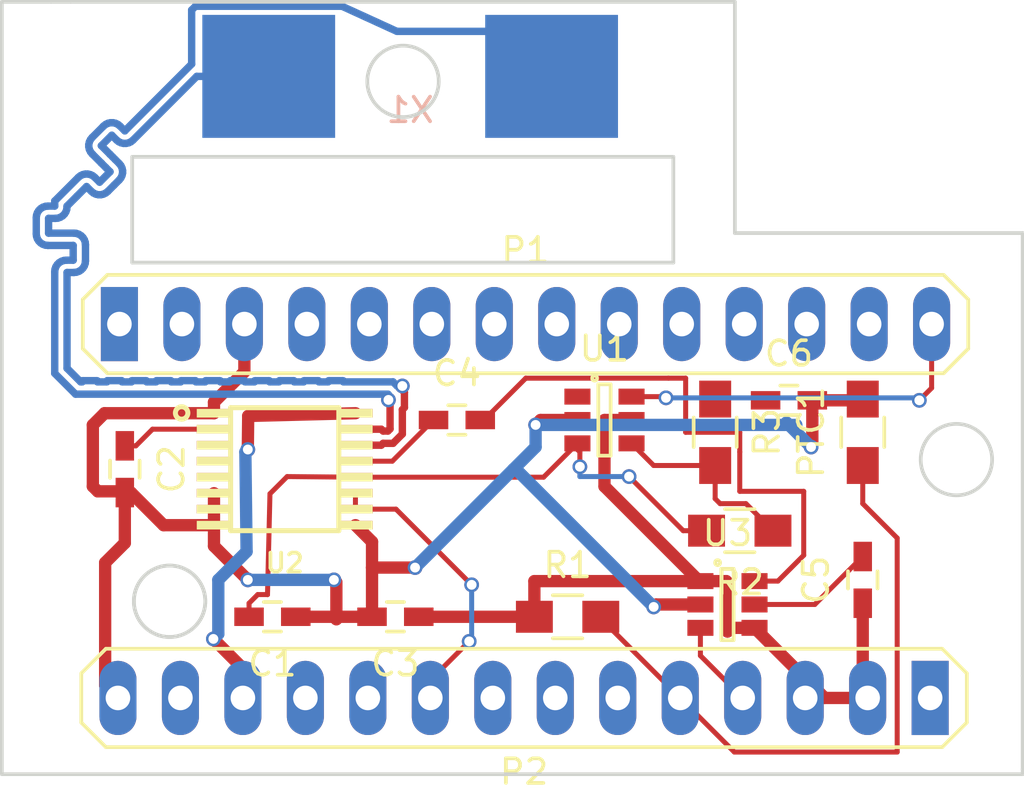
<source format=kicad_pcb>
(kicad_pcb (version 4) (host pcbnew 4.0.2-4+6225~38~ubuntu14.04.1-stable)

  (general
    (links 40)
    (no_connects 3)
    (area 129.924999 83.829998 171.575001 116.275)
    (thickness 1.6)
    (drawings 19)
    (tracks 615)
    (zones 0)
    (modules 16)
    (nets 39)
  )

  (page A4)
  (title_block
    (title "OpenQCM Diss")
    (date 2016-03-14)
    (rev 2.1)
    (company UNER)
  )

  (layers
    (0 F.Cu signal)
    (31 B.Cu signal)
    (32 B.Adhes user)
    (33 F.Adhes user)
    (34 B.Paste user)
    (35 F.Paste user)
    (36 B.SilkS user)
    (37 F.SilkS user)
    (38 B.Mask user)
    (39 F.Mask user)
    (40 Dwgs.User user)
    (41 Cmts.User user hide)
    (42 Eco1.User user hide)
    (43 Eco2.User user hide)
    (44 Edge.Cuts user)
    (45 Margin user hide)
    (46 B.CrtYd user hide)
    (47 F.CrtYd user hide)
    (48 B.Fab user hide)
    (49 F.Fab user hide)
  )

  (setup
    (last_trace_width 0.2032)
    (trace_clearance 0.2)
    (zone_clearance 0.2)
    (zone_45_only yes)
    (trace_min 0.2032)
    (segment_width 0.15)
    (edge_width 0.15)
    (via_size 0.6)
    (via_drill 0.4)
    (via_min_size 0.4)
    (via_min_drill 0.3)
    (uvia_size 0.3)
    (uvia_drill 0.1)
    (uvias_allowed no)
    (uvia_min_size 0.2)
    (uvia_min_drill 0.1)
    (pcb_text_width 0.3)
    (pcb_text_size 1.5 1.5)
    (mod_edge_width 0.15)
    (mod_text_size 1 1)
    (mod_text_width 0.15)
    (pad_size 1.524 1.524)
    (pad_drill 0.762)
    (pad_to_mask_clearance 0.2)
    (aux_axis_origin 0 0)
    (visible_elements 7FFEDF7F)
    (pcbplotparams
      (layerselection 0x010f0_80000001)
      (usegerberextensions false)
      (excludeedgelayer true)
      (linewidth 0.100000)
      (plotframeref false)
      (viasonmask false)
      (mode 1)
      (useauxorigin false)
      (hpglpennumber 1)
      (hpglpenspeed 20)
      (hpglpendiameter 15)
      (hpglpenoverlay 2)
      (psnegative false)
      (psa4output false)
      (plotreference true)
      (plotvalue true)
      (plotinvisibletext false)
      (padsonsilk false)
      (subtractmaskfromsilk false)
      (outputformat 1)
      (mirror false)
      (drillshape 0)
      (scaleselection 1)
      (outputdirectory ""))
  )

  (net 0 "")
  (net 1 GND)
  (net 2 +3V3)
  (net 3 +5V)
  (net 4 /Arduino/FREQUENCY_IN)
  (net 5 /Arduino/PTC)
  (net 6 /Arduino/DIG_CONTROL)
  (net 7 /Arduino/ENVELOPE_IN)
  (net 8 /SWITCH_ENVELOPE/xtal_N)
  (net 9 /SWITCH_ENVELOPE/xtal_P)
  (net 10 /OSC_DRIVER/Switch_IN+)
  (net 11 /OSC_DRIVER/Switch_IN-)
  (net 12 "Net-(C4-Pad1)")
  (net 13 "Net-(C4-Pad2)")
  (net 14 "Net-(C5-Pad2)")
  (net 15 "Net-(P1-Pad5)")
  (net 16 "Net-(P1-Pad6)")
  (net 17 "Net-(P1-Pad7)")
  (net 18 "Net-(P1-Pad8)")
  (net 19 "Net-(P1-Pad9)")
  (net 20 "Net-(P1-Pad10)")
  (net 21 "Net-(P1-Pad11)")
  (net 22 "Net-(P1-Pad12)")
  (net 23 "Net-(P1-Pad13)")
  (net 24 "Net-(P1-Pad4)")
  (net 25 "Net-(P1-Pad2)")
  (net 26 "Net-(P1-Pad1)")
  (net 27 "Net-(P2-Pad6)")
  (net 28 "Net-(P2-Pad7)")
  (net 29 "Net-(P2-Pad8)")
  (net 30 "Net-(P2-Pad10)")
  (net 31 "Net-(P2-Pad11)")
  (net 32 "Net-(P2-Pad13)")
  (net 33 "Net-(P2-Pad1)")
  (net 34 "Net-(R2-Pad1)")
  (net 35 "Net-(U1-Pad1)")
  (net 36 "Net-(U2-Pad3)")
  (net 37 "Net-(U2-Pad4)")
  (net 38 "Net-(U2-Pad5)")

  (net_class Default "This is the default net class."
    (clearance 0.2)
    (trace_width 0.2032)
    (via_dia 0.6)
    (via_drill 0.4)
    (uvia_dia 0.3)
    (uvia_drill 0.1)
    (add_net /Arduino/DIG_CONTROL)
    (add_net /Arduino/ENVELOPE_IN)
    (add_net /Arduino/FREQUENCY_IN)
    (add_net /Arduino/PTC)
    (add_net /OSC_DRIVER/Switch_IN+)
    (add_net /OSC_DRIVER/Switch_IN-)
    (add_net /SWITCH_ENVELOPE/xtal_N)
    (add_net /SWITCH_ENVELOPE/xtal_P)
    (add_net "Net-(C4-Pad1)")
    (add_net "Net-(C4-Pad2)")
    (add_net "Net-(C5-Pad2)")
    (add_net "Net-(P1-Pad1)")
    (add_net "Net-(P1-Pad10)")
    (add_net "Net-(P1-Pad11)")
    (add_net "Net-(P1-Pad12)")
    (add_net "Net-(P1-Pad13)")
    (add_net "Net-(P1-Pad2)")
    (add_net "Net-(P1-Pad4)")
    (add_net "Net-(P1-Pad5)")
    (add_net "Net-(P1-Pad6)")
    (add_net "Net-(P1-Pad7)")
    (add_net "Net-(P1-Pad8)")
    (add_net "Net-(P1-Pad9)")
    (add_net "Net-(P2-Pad1)")
    (add_net "Net-(P2-Pad10)")
    (add_net "Net-(P2-Pad11)")
    (add_net "Net-(P2-Pad13)")
    (add_net "Net-(P2-Pad6)")
    (add_net "Net-(P2-Pad7)")
    (add_net "Net-(P2-Pad8)")
    (add_net "Net-(R2-Pad1)")
    (add_net "Net-(U1-Pad1)")
    (add_net "Net-(U2-Pad3)")
    (add_net "Net-(U2-Pad4)")
    (add_net "Net-(U2-Pad5)")
  )

  (net_class PW ""
    (clearance 0.2)
    (trace_width 0.5)
    (via_dia 0.6)
    (via_drill 0.4)
    (uvia_dia 0.3)
    (uvia_drill 0.1)
    (add_net +3V3)
    (add_net +5V)
    (add_net GND)
  )

  (module OpenQCM:TSSOP16 (layer F.Cu) (tedit 0) (tstamp 57026A6F)
    (at 141.5 103)
    (path /56E762D5/56E76581)
    (solder_paste_margin -0.0508)
    (attr smd)
    (fp_text reference U2 (at 0 3.81) (layer F.SilkS)
      (effects (font (size 0.762 0.762) (thickness 0.1524)))
    )
    (fp_text value 74HCT4053 (at 0 0) (layer F.SilkS) hide
      (effects (font (size 0.762 0.762) (thickness 0.1524)))
    )
    (fp_circle (center -4.191 -2.286) (end -3.937 -2.286) (layer F.SilkS) (width 0.2032))
    (fp_line (start 2.19964 -2.49936) (end -2.19964 -2.49936) (layer F.SilkS) (width 0.2032))
    (fp_line (start -2.19964 -2.49936) (end -2.19964 2.49936) (layer F.SilkS) (width 0.2032))
    (fp_line (start -2.19964 2.49936) (end 2.19964 2.49936) (layer F.SilkS) (width 0.2032))
    (fp_line (start 2.19964 2.49936) (end 2.19964 -2.49936) (layer F.SilkS) (width 0.2032))
    (pad 9 smd rect (at 2.87528 2.27584) (size 1.39954 0.35052) (layers F.Cu F.Paste F.SilkS F.Mask)
      (net 1 GND))
    (pad 10 smd rect (at 2.87528 1.6256) (size 1.39954 0.35052) (layers F.Cu F.Paste F.SilkS F.Mask)
      (net 6 /Arduino/DIG_CONTROL))
    (pad 11 smd rect (at 2.87528 0.97536) (size 1.39954 0.35052) (layers F.Cu F.Paste F.SilkS F.Mask)
      (net 6 /Arduino/DIG_CONTROL))
    (pad 12 smd rect (at 2.87528 0.32512) (size 1.39954 0.35052) (layers F.Cu F.Paste F.SilkS F.Mask)
      (net 10 /OSC_DRIVER/Switch_IN+))
    (pad 13 smd rect (at 2.87528 -0.32512) (size 1.39954 0.35052) (layers F.Cu F.Paste F.SilkS F.Mask)
      (net 12 "Net-(C4-Pad1)"))
    (pad 14 smd rect (at 2.87528 -0.97536) (size 1.39954 0.35052) (layers F.Cu F.Paste F.SilkS F.Mask)
      (net 8 /SWITCH_ENVELOPE/xtal_N))
    (pad 15 smd rect (at 2.87528 -1.6256) (size 1.39954 0.35052) (layers F.Cu F.Paste F.SilkS F.Mask)
      (net 9 /SWITCH_ENVELOPE/xtal_P))
    (pad 16 smd rect (at 2.87528 -2.27584) (size 1.39954 0.35052) (layers F.Cu F.Paste F.SilkS F.Mask)
      (net 3 +5V))
    (pad 1 smd rect (at -2.87528 -2.27584) (size 1.39954 0.35052) (layers F.Cu F.Paste F.SilkS F.Mask)
      (net 1 GND))
    (pad 2 smd rect (at -2.87528 -1.6256) (size 1.39954 0.35052) (layers F.Cu F.Paste F.SilkS F.Mask)
      (net 11 /OSC_DRIVER/Switch_IN-))
    (pad 3 smd rect (at -2.87528 -0.97536) (size 1.39954 0.35052) (layers F.Cu F.Paste F.SilkS F.Mask)
      (net 36 "Net-(U2-Pad3)"))
    (pad 4 smd rect (at -2.87528 -0.32512) (size 1.39954 0.35052) (layers F.Cu F.Paste F.SilkS F.Mask)
      (net 37 "Net-(U2-Pad4)"))
    (pad 5 smd rect (at -2.87528 0.32512) (size 1.39954 0.35052) (layers F.Cu F.Paste F.SilkS F.Mask)
      (net 38 "Net-(U2-Pad5)"))
    (pad 6 smd rect (at -2.87528 0.97536) (size 1.39954 0.35052) (layers F.Cu F.Paste F.SilkS F.Mask)
      (net 1 GND))
    (pad 7 smd rect (at -2.87528 1.6256) (size 1.39954 0.35052) (layers F.Cu F.Paste F.SilkS F.Mask)
      (net 1 GND))
    (pad 8 smd rect (at -2.87528 2.27584) (size 1.39954 0.35052) (layers F.Cu F.Paste F.SilkS F.Mask)
      (net 1 GND))
  )

  (module OpenQCM:XTAL_con (layer B.Cu) (tedit 5671B757) (tstamp 5671B1CB)
    (at 146.6 87.4 180)
    (path /56E762D5/56E7657A)
    (fp_text reference X1 (at 0 -1 180) (layer B.SilkS)
      (effects (font (size 1 1) (thickness 0.15)) (justify mirror))
    )
    (fp_text value XTAL (at 0 2 180) (layer B.Fab)
      (effects (font (size 1 1) (thickness 0.15)) (justify mirror))
    )
    (pad 1 smd rect (at -5.75 0.37 180) (size 5.4 5) (layers B.Cu B.Paste B.Mask)
      (net 9 /SWITCH_ENVELOPE/xtal_P))
    (pad 2 smd rect (at 5.75 0.37 180) (size 5.4 5) (layers B.Cu B.Paste B.Mask)
      (net 8 /SWITCH_ENVELOPE/xtal_N))
    (model G:/GitRepositories/KiCad/OPENQCM/OpenQCM.3dshapes/contact.wrl
      (at (xyz 0.335 0.15 -0.04))
      (scale (xyz 0.4 0.4 0.4))
      (rotate (xyz -90 0 90))
    )
  )

  (module OpenQCM:PINHEAD1-14 locked (layer F.Cu) (tedit 5671A72C) (tstamp 5671B191)
    (at 151.29 97.1)
    (path /56E73C9A/56E74544)
    (attr virtual)
    (fp_text reference P1 (at 0 -3) (layer F.SilkS)
      (effects (font (size 1 1) (thickness 0.15)))
    )
    (fp_text value CONN_01X14 (at 0 3.81) (layer F.Fab)
      (effects (font (size 1 1) (thickness 0.15)))
    )
    (fp_line (start -18 1) (end -17 2) (layer F.SilkS) (width 0.15))
    (fp_line (start -18 -1) (end -18 1) (layer F.SilkS) (width 0.15))
    (fp_line (start -17 -2) (end -18 -1) (layer F.SilkS) (width 0.15))
    (fp_line (start 17 -2) (end -17 -2) (layer F.SilkS) (width 0.15))
    (fp_line (start 18 -1) (end 17 -2) (layer F.SilkS) (width 0.15))
    (fp_line (start 18 1) (end 18 -1) (layer F.SilkS) (width 0.15))
    (fp_line (start 17 2) (end 18 1) (layer F.SilkS) (width 0.15))
    (fp_line (start -17 2) (end 17 2) (layer F.SilkS) (width 0.15))
    (pad 5 thru_hole oval (at -6.35 0) (size 1.50622 3.01498) (drill 0.99822) (layers *.Cu *.Mask)
      (net 15 "Net-(P1-Pad5)"))
    (pad 6 thru_hole oval (at -3.81 0) (size 1.50622 3.01498) (drill 0.99822) (layers *.Cu *.Mask)
      (net 16 "Net-(P1-Pad6)"))
    (pad 7 thru_hole oval (at -1.27 0) (size 1.50622 3.01498) (drill 0.99822) (layers *.Cu *.Mask)
      (net 17 "Net-(P1-Pad7)"))
    (pad 8 thru_hole oval (at 1.27 0) (size 1.50622 3.01498) (drill 0.99822) (layers *.Cu *.Mask)
      (net 18 "Net-(P1-Pad8)"))
    (pad 9 thru_hole oval (at 3.81 0) (size 1.50622 3.01498) (drill 0.99822) (layers *.Cu *.Mask)
      (net 19 "Net-(P1-Pad9)"))
    (pad 10 thru_hole oval (at 6.35 0) (size 1.50622 3.01498) (drill 0.99822) (layers *.Cu *.Mask)
      (net 20 "Net-(P1-Pad10)"))
    (pad 11 thru_hole oval (at 8.89 0) (size 1.50622 3.01498) (drill 0.99822) (layers *.Cu *.Mask)
      (net 21 "Net-(P1-Pad11)"))
    (pad 12 thru_hole oval (at 11.43 0) (size 1.50622 3.01498) (drill 0.99822) (layers *.Cu *.Mask)
      (net 22 "Net-(P1-Pad12)"))
    (pad 13 thru_hole oval (at 13.97 0) (size 1.50622 3.01498) (drill 0.99822) (layers *.Cu *.Mask)
      (net 23 "Net-(P1-Pad13)"))
    (pad 4 thru_hole oval (at -8.89 0) (size 1.50622 3.01498) (drill 0.99822) (layers *.Cu *.Mask)
      (net 24 "Net-(P1-Pad4)"))
    (pad 3 thru_hole oval (at -11.43 0) (size 1.50622 3.01498) (drill 0.99822) (layers *.Cu *.Mask)
      (net 1 GND))
    (pad 2 thru_hole oval (at -13.97 0) (size 1.50622 3.01498) (drill 0.99822) (layers *.Cu *.Mask)
      (net 25 "Net-(P1-Pad2)"))
    (pad 14 thru_hole oval (at 16.51 0) (size 1.50622 3.01498) (drill 0.99822) (layers *.Cu *.Mask)
      (net 4 /Arduino/FREQUENCY_IN))
    (pad 1 thru_hole rect (at -16.51 0) (size 1.50622 3.01498) (drill 0.99822) (layers *.Cu *.Mask)
      (net 26 "Net-(P1-Pad1)"))
    (model G:/GitRepositories/KiCad/OPENQCM/OpenQCM.3dshapes/Pin_Header_Straight_1x14.wrl
      (at (xyz 0 0 -0.075))
      (scale (xyz 1 1 1))
      (rotate (xyz 180 0 0))
    )
  )

  (module OpenQCM:PINHEAD1-14 locked (layer F.Cu) (tedit 5671A72C) (tstamp 5671B1A3)
    (at 151.23 112.3 180)
    (path /56E73C9A/56E7454B)
    (attr virtual)
    (fp_text reference P2 (at 0 -3 180) (layer F.SilkS)
      (effects (font (size 1 1) (thickness 0.15)))
    )
    (fp_text value CONN_01X14 (at 0 3.81 180) (layer F.Fab)
      (effects (font (size 1 1) (thickness 0.15)))
    )
    (fp_line (start -18 1) (end -17 2) (layer F.SilkS) (width 0.15))
    (fp_line (start -18 -1) (end -18 1) (layer F.SilkS) (width 0.15))
    (fp_line (start -17 -2) (end -18 -1) (layer F.SilkS) (width 0.15))
    (fp_line (start 17 -2) (end -17 -2) (layer F.SilkS) (width 0.15))
    (fp_line (start 18 -1) (end 17 -2) (layer F.SilkS) (width 0.15))
    (fp_line (start 18 1) (end 18 -1) (layer F.SilkS) (width 0.15))
    (fp_line (start 17 2) (end 18 1) (layer F.SilkS) (width 0.15))
    (fp_line (start -17 2) (end 17 2) (layer F.SilkS) (width 0.15))
    (pad 5 thru_hole oval (at -6.35 0 180) (size 1.50622 3.01498) (drill 0.99822) (layers *.Cu *.Mask)
      (net 5 /Arduino/PTC))
    (pad 6 thru_hole oval (at -3.81 0 180) (size 1.50622 3.01498) (drill 0.99822) (layers *.Cu *.Mask)
      (net 27 "Net-(P2-Pad6)"))
    (pad 7 thru_hole oval (at -1.27 0 180) (size 1.50622 3.01498) (drill 0.99822) (layers *.Cu *.Mask)
      (net 28 "Net-(P2-Pad7)"))
    (pad 8 thru_hole oval (at 1.27 0 180) (size 1.50622 3.01498) (drill 0.99822) (layers *.Cu *.Mask)
      (net 29 "Net-(P2-Pad8)"))
    (pad 9 thru_hole oval (at 3.81 0 180) (size 1.50622 3.01498) (drill 0.99822) (layers *.Cu *.Mask)
      (net 6 /Arduino/DIG_CONTROL))
    (pad 10 thru_hole oval (at 6.35 0 180) (size 1.50622 3.01498) (drill 0.99822) (layers *.Cu *.Mask)
      (net 30 "Net-(P2-Pad10)"))
    (pad 11 thru_hole oval (at 8.89 0 180) (size 1.50622 3.01498) (drill 0.99822) (layers *.Cu *.Mask)
      (net 31 "Net-(P2-Pad11)"))
    (pad 12 thru_hole oval (at 11.43 0 180) (size 1.50622 3.01498) (drill 0.99822) (layers *.Cu *.Mask)
      (net 3 +5V))
    (pad 13 thru_hole oval (at 13.97 0 180) (size 1.50622 3.01498) (drill 0.99822) (layers *.Cu *.Mask)
      (net 32 "Net-(P2-Pad13)"))
    (pad 4 thru_hole oval (at -8.89 0 180) (size 1.50622 3.01498) (drill 0.99822) (layers *.Cu *.Mask)
      (net 7 /Arduino/ENVELOPE_IN))
    (pad 3 thru_hole oval (at -11.43 0 180) (size 1.50622 3.01498) (drill 0.99822) (layers *.Cu *.Mask)
      (net 2 +3V3))
    (pad 2 thru_hole oval (at -13.97 0 180) (size 1.50622 3.01498) (drill 0.99822) (layers *.Cu *.Mask)
      (net 2 +3V3))
    (pad 14 thru_hole oval (at 16.51 0 180) (size 1.50622 3.01498) (drill 0.99822) (layers *.Cu *.Mask)
      (net 1 GND))
    (pad 1 thru_hole rect (at -16.51 0 180) (size 1.50622 3.01498) (drill 0.99822) (layers *.Cu *.Mask)
      (net 33 "Net-(P2-Pad1)"))
    (model G:/GitRepositories/KiCad/OPENQCM/OpenQCM.3dshapes/Pin_Header_Straight_1x14.wrl
      (at (xyz 0 0 -0.075))
      (scale (xyz 1 1 1))
      (rotate (xyz 180 0 0))
    )
  )

  (module OpenQCM:R_0805_HandSoldering (layer F.Cu) (tedit 54189DEE) (tstamp 57026A23)
    (at 165 101.5 90)
    (descr "Resistor SMD 0805, hand soldering")
    (tags "resistor 0805")
    (path /56E73C9A/56E7458C)
    (attr smd)
    (fp_text reference PTC1 (at 0 -2.1 90) (layer F.SilkS)
      (effects (font (size 1 1) (thickness 0.15)))
    )
    (fp_text value PTC_HandSoldering (at 0 2.1 90) (layer F.Fab)
      (effects (font (size 1 1) (thickness 0.15)))
    )
    (fp_line (start -2.4 -1) (end 2.4 -1) (layer F.CrtYd) (width 0.05))
    (fp_line (start -2.4 1) (end 2.4 1) (layer F.CrtYd) (width 0.05))
    (fp_line (start -2.4 -1) (end -2.4 1) (layer F.CrtYd) (width 0.05))
    (fp_line (start 2.4 -1) (end 2.4 1) (layer F.CrtYd) (width 0.05))
    (fp_line (start 0.6 0.875) (end -0.6 0.875) (layer F.SilkS) (width 0.15))
    (fp_line (start -0.6 -0.875) (end 0.6 -0.875) (layer F.SilkS) (width 0.15))
    (pad 1 smd rect (at -1.35 0 90) (size 1.5 1.3) (layers F.Cu F.Paste F.Mask)
      (net 5 /Arduino/PTC))
    (pad 2 smd rect (at 1.35 0 90) (size 1.5 1.3) (layers F.Cu F.Paste F.Mask)
      (net 1 GND))
    (model Resistors_SMD.3dshapes/R_0805_HandSoldering.wrl
      (at (xyz 0 0 0))
      (scale (xyz 1 1 1))
      (rotate (xyz 0 0 0))
    )
  )

  (module OpenQCM:R_0805_HandSoldering (layer F.Cu) (tedit 54189DEE) (tstamp 57026A2F)
    (at 153 109)
    (descr "Resistor SMD 0805, hand soldering")
    (tags "resistor 0805")
    (path /56E73C9A/56E7457E)
    (attr smd)
    (fp_text reference R1 (at 0 -2.1) (layer F.SilkS)
      (effects (font (size 1 1) (thickness 0.15)))
    )
    (fp_text value 1K (at 0 2.1) (layer F.Fab)
      (effects (font (size 1 1) (thickness 0.15)))
    )
    (fp_line (start -2.4 -1) (end 2.4 -1) (layer F.CrtYd) (width 0.05))
    (fp_line (start -2.4 1) (end 2.4 1) (layer F.CrtYd) (width 0.05))
    (fp_line (start -2.4 -1) (end -2.4 1) (layer F.CrtYd) (width 0.05))
    (fp_line (start 2.4 -1) (end 2.4 1) (layer F.CrtYd) (width 0.05))
    (fp_line (start 0.6 0.875) (end -0.6 0.875) (layer F.SilkS) (width 0.15))
    (fp_line (start -0.6 -0.875) (end 0.6 -0.875) (layer F.SilkS) (width 0.15))
    (pad 1 smd rect (at -1.35 0) (size 1.5 1.3) (layers F.Cu F.Paste F.Mask)
      (net 2 +3V3))
    (pad 2 smd rect (at 1.35 0) (size 1.5 1.3) (layers F.Cu F.Paste F.Mask)
      (net 5 /Arduino/PTC))
    (model Resistors_SMD.3dshapes/R_0805_HandSoldering.wrl
      (at (xyz 0 0 0))
      (scale (xyz 1 1 1))
      (rotate (xyz 0 0 0))
    )
  )

  (module OpenQCM:R_0805_HandSoldering (layer F.Cu) (tedit 54189DEE) (tstamp 57026A3B)
    (at 160 105.5 180)
    (descr "Resistor SMD 0805, hand soldering")
    (tags "resistor 0805")
    (path /56E7536D/56E75857)
    (attr smd)
    (fp_text reference R2 (at 0 -2.1 180) (layer F.SilkS)
      (effects (font (size 1 1) (thickness 0.15)))
    )
    (fp_text value 2M2 (at 0 2.1 180) (layer F.Fab)
      (effects (font (size 1 1) (thickness 0.15)))
    )
    (fp_line (start -2.4 -1) (end 2.4 -1) (layer F.CrtYd) (width 0.05))
    (fp_line (start -2.4 1) (end 2.4 1) (layer F.CrtYd) (width 0.05))
    (fp_line (start -2.4 -1) (end -2.4 1) (layer F.CrtYd) (width 0.05))
    (fp_line (start 2.4 -1) (end 2.4 1) (layer F.CrtYd) (width 0.05))
    (fp_line (start 0.6 0.875) (end -0.6 0.875) (layer F.SilkS) (width 0.15))
    (fp_line (start -0.6 -0.875) (end 0.6 -0.875) (layer F.SilkS) (width 0.15))
    (pad 1 smd rect (at -1.35 0 180) (size 1.5 1.3) (layers F.Cu F.Paste F.Mask)
      (net 34 "Net-(R2-Pad1)"))
    (pad 2 smd rect (at 1.35 0 180) (size 1.5 1.3) (layers F.Cu F.Paste F.Mask)
      (net 10 /OSC_DRIVER/Switch_IN+))
    (model Resistors_SMD.3dshapes/R_0805_HandSoldering.wrl
      (at (xyz 0 0 0))
      (scale (xyz 1 1 1))
      (rotate (xyz 0 0 0))
    )
  )

  (module OpenQCM:R_0805_HandSoldering (layer F.Cu) (tedit 54189DEE) (tstamp 57026A47)
    (at 159 101.5 270)
    (descr "Resistor SMD 0805, hand soldering")
    (tags "resistor 0805")
    (path /56E7536D/56E7585F)
    (attr smd)
    (fp_text reference R3 (at 0 -2.1 270) (layer F.SilkS)
      (effects (font (size 1 1) (thickness 0.15)))
    )
    (fp_text value 1K (at 0 2.1 270) (layer F.Fab)
      (effects (font (size 1 1) (thickness 0.15)))
    )
    (fp_line (start -2.4 -1) (end 2.4 -1) (layer F.CrtYd) (width 0.05))
    (fp_line (start -2.4 1) (end 2.4 1) (layer F.CrtYd) (width 0.05))
    (fp_line (start -2.4 -1) (end -2.4 1) (layer F.CrtYd) (width 0.05))
    (fp_line (start 2.4 -1) (end 2.4 1) (layer F.CrtYd) (width 0.05))
    (fp_line (start 0.6 0.875) (end -0.6 0.875) (layer F.SilkS) (width 0.15))
    (fp_line (start -0.6 -0.875) (end 0.6 -0.875) (layer F.SilkS) (width 0.15))
    (pad 1 smd rect (at -1.35 0 270) (size 1.5 1.3) (layers F.Cu F.Paste F.Mask)
      (net 11 /OSC_DRIVER/Switch_IN-))
    (pad 2 smd rect (at 1.35 0 270) (size 1.5 1.3) (layers F.Cu F.Paste F.Mask)
      (net 34 "Net-(R2-Pad1)"))
    (model Resistors_SMD.3dshapes/R_0805_HandSoldering.wrl
      (at (xyz 0 0 0))
      (scale (xyz 1 1 1))
      (rotate (xyz 0 0 0))
    )
  )

  (module OpenQCM:SOT-23-6 (layer F.Cu) (tedit 53DE8DE3) (tstamp 57026A56)
    (at 154.5 101)
    (descr "6-pin SOT-23 package")
    (tags SOT-23-6)
    (path /56E7536D/56E7582E)
    (attr smd)
    (fp_text reference U1 (at 0 -2.9) (layer F.SilkS)
      (effects (font (size 1 1) (thickness 0.15)))
    )
    (fp_text value SN74LVC1GX04 (at 0 2.9) (layer F.Fab)
      (effects (font (size 1 1) (thickness 0.15)))
    )
    (fp_circle (center -0.4 -1.7) (end -0.3 -1.7) (layer F.SilkS) (width 0.15))
    (fp_line (start 0.25 -1.45) (end -0.25 -1.45) (layer F.SilkS) (width 0.15))
    (fp_line (start 0.25 1.45) (end 0.25 -1.45) (layer F.SilkS) (width 0.15))
    (fp_line (start -0.25 1.45) (end 0.25 1.45) (layer F.SilkS) (width 0.15))
    (fp_line (start -0.25 -1.45) (end -0.25 1.45) (layer F.SilkS) (width 0.15))
    (pad 1 smd rect (at -1.1 -0.95) (size 1.06 0.65) (layers F.Cu F.Paste F.Mask)
      (net 35 "Net-(U1-Pad1)"))
    (pad 2 smd rect (at -1.1 0) (size 1.06 0.65) (layers F.Cu F.Paste F.Mask)
      (net 1 GND))
    (pad 3 smd rect (at -1.1 0.95) (size 1.06 0.65) (layers F.Cu F.Paste F.Mask)
      (net 10 /OSC_DRIVER/Switch_IN+))
    (pad 4 smd rect (at 1.1 0.95) (size 1.06 0.65) (layers F.Cu F.Paste F.Mask)
      (net 34 "Net-(R2-Pad1)"))
    (pad 6 smd rect (at 1.1 -0.95) (size 1.06 0.65) (layers F.Cu F.Paste F.Mask)
      (net 4 /Arduino/FREQUENCY_IN))
    (pad 5 smd rect (at 1.1 0) (size 1.06 0.65) (layers F.Cu F.Paste F.Mask)
      (net 2 +3V3))
    (model TO_SOT_Packages_SMD.3dshapes/SOT-23-6.wrl
      (at (xyz 0 0 0))
      (scale (xyz 1 1 1))
      (rotate (xyz 0 0 0))
    )
  )

  (module OpenQCM:SOT-23-6 (layer F.Cu) (tedit 53DE8DE3) (tstamp 57026A7E)
    (at 159.5 108.5)
    (descr "6-pin SOT-23 package")
    (tags SOT-23-6)
    (path /56E762D5/56E765D1)
    (attr smd)
    (fp_text reference U3 (at 0 -2.9) (layer F.SilkS)
      (effects (font (size 1 1) (thickness 0.15)))
    )
    (fp_text value LTC5507 (at 0 2.9) (layer F.Fab)
      (effects (font (size 1 1) (thickness 0.15)))
    )
    (fp_circle (center -0.4 -1.7) (end -0.3 -1.7) (layer F.SilkS) (width 0.15))
    (fp_line (start 0.25 -1.45) (end -0.25 -1.45) (layer F.SilkS) (width 0.15))
    (fp_line (start 0.25 1.45) (end 0.25 -1.45) (layer F.SilkS) (width 0.15))
    (fp_line (start -0.25 1.45) (end 0.25 1.45) (layer F.SilkS) (width 0.15))
    (fp_line (start -0.25 -1.45) (end -0.25 1.45) (layer F.SilkS) (width 0.15))
    (pad 1 smd rect (at -1.1 -0.95) (size 1.06 0.65) (layers F.Cu F.Paste F.Mask)
      (net 2 +3V3))
    (pad 2 smd rect (at -1.1 0) (size 1.06 0.65) (layers F.Cu F.Paste F.Mask)
      (net 1 GND))
    (pad 3 smd rect (at -1.1 0.95) (size 1.06 0.65) (layers F.Cu F.Paste F.Mask)
      (net 7 /Arduino/ENVELOPE_IN))
    (pad 4 smd rect (at 1.1 0.95) (size 1.06 0.65) (layers F.Cu F.Paste F.Mask)
      (net 2 +3V3))
    (pad 6 smd rect (at 1.1 -0.95) (size 1.06 0.65) (layers F.Cu F.Paste F.Mask)
      (net 13 "Net-(C4-Pad2)"))
    (pad 5 smd rect (at 1.1 0) (size 1.06 0.65) (layers F.Cu F.Paste F.Mask)
      (net 14 "Net-(C5-Pad2)"))
    (model TO_SOT_Packages_SMD.3dshapes/SOT-23-6.wrl
      (at (xyz 0 0 0))
      (scale (xyz 1 1 1))
      (rotate (xyz 0 0 0))
    )
  )

  (module OpenQCM:C_0603_HandSoldering (layer F.Cu) (tedit 541A9B4D) (tstamp 57027029)
    (at 141 109 180)
    (descr "Capacitor SMD 0603, hand soldering")
    (tags "capacitor 0603")
    (path /56E7536D/56E75867)
    (attr smd)
    (fp_text reference C1 (at 0 -1.9 180) (layer F.SilkS)
      (effects (font (size 1 1) (thickness 0.15)))
    )
    (fp_text value 33pF (at 0 1.9 180) (layer F.Fab)
      (effects (font (size 1 1) (thickness 0.15)))
    )
    (fp_line (start -1.85 -0.75) (end 1.85 -0.75) (layer F.CrtYd) (width 0.05))
    (fp_line (start -1.85 0.75) (end 1.85 0.75) (layer F.CrtYd) (width 0.05))
    (fp_line (start -1.85 -0.75) (end -1.85 0.75) (layer F.CrtYd) (width 0.05))
    (fp_line (start 1.85 -0.75) (end 1.85 0.75) (layer F.CrtYd) (width 0.05))
    (fp_line (start -0.35 -0.6) (end 0.35 -0.6) (layer F.SilkS) (width 0.15))
    (fp_line (start 0.35 0.6) (end -0.35 0.6) (layer F.SilkS) (width 0.15))
    (pad 1 smd rect (at -0.95 0 180) (size 1.2 0.75) (layers F.Cu F.Paste F.Mask)
      (net 1 GND))
    (pad 2 smd rect (at 0.95 0 180) (size 1.2 0.75) (layers F.Cu F.Paste F.Mask)
      (net 10 /OSC_DRIVER/Switch_IN+))
    (model Capacitors_SMD.3dshapes/C_0603_HandSoldering.wrl
      (at (xyz 0 0 0))
      (scale (xyz 1 1 1))
      (rotate (xyz 0 0 0))
    )
  )

  (module OpenQCM:C_0603_HandSoldering (layer F.Cu) (tedit 541A9B4D) (tstamp 57027034)
    (at 135 103 270)
    (descr "Capacitor SMD 0603, hand soldering")
    (tags "capacitor 0603")
    (path /56E7536D/56E7586F)
    (attr smd)
    (fp_text reference C2 (at 0 -1.9 270) (layer F.SilkS)
      (effects (font (size 1 1) (thickness 0.15)))
    )
    (fp_text value 33pF (at 0 1.9 270) (layer F.Fab)
      (effects (font (size 1 1) (thickness 0.15)))
    )
    (fp_line (start -1.85 -0.75) (end 1.85 -0.75) (layer F.CrtYd) (width 0.05))
    (fp_line (start -1.85 0.75) (end 1.85 0.75) (layer F.CrtYd) (width 0.05))
    (fp_line (start -1.85 -0.75) (end -1.85 0.75) (layer F.CrtYd) (width 0.05))
    (fp_line (start 1.85 -0.75) (end 1.85 0.75) (layer F.CrtYd) (width 0.05))
    (fp_line (start -0.35 -0.6) (end 0.35 -0.6) (layer F.SilkS) (width 0.15))
    (fp_line (start 0.35 0.6) (end -0.35 0.6) (layer F.SilkS) (width 0.15))
    (pad 1 smd rect (at -0.95 0 270) (size 1.2 0.75) (layers F.Cu F.Paste F.Mask)
      (net 11 /OSC_DRIVER/Switch_IN-))
    (pad 2 smd rect (at 0.95 0 270) (size 1.2 0.75) (layers F.Cu F.Paste F.Mask)
      (net 1 GND))
    (model Capacitors_SMD.3dshapes/C_0603_HandSoldering.wrl
      (at (xyz 0 0 0))
      (scale (xyz 1 1 1))
      (rotate (xyz 0 0 0))
    )
  )

  (module OpenQCM:C_0603_HandSoldering (layer F.Cu) (tedit 541A9B4D) (tstamp 5702703F)
    (at 146 109 180)
    (descr "Capacitor SMD 0603, hand soldering")
    (tags "capacitor 0603")
    (path /56E7536D/56E75848)
    (attr smd)
    (fp_text reference C3 (at 0 -1.9 180) (layer F.SilkS)
      (effects (font (size 1 1) (thickness 0.15)))
    )
    (fp_text value 100nF (at 0 1.9 180) (layer F.Fab)
      (effects (font (size 1 1) (thickness 0.15)))
    )
    (fp_line (start -1.85 -0.75) (end 1.85 -0.75) (layer F.CrtYd) (width 0.05))
    (fp_line (start -1.85 0.75) (end 1.85 0.75) (layer F.CrtYd) (width 0.05))
    (fp_line (start -1.85 -0.75) (end -1.85 0.75) (layer F.CrtYd) (width 0.05))
    (fp_line (start 1.85 -0.75) (end 1.85 0.75) (layer F.CrtYd) (width 0.05))
    (fp_line (start -0.35 -0.6) (end 0.35 -0.6) (layer F.SilkS) (width 0.15))
    (fp_line (start 0.35 0.6) (end -0.35 0.6) (layer F.SilkS) (width 0.15))
    (pad 1 smd rect (at -0.95 0 180) (size 1.2 0.75) (layers F.Cu F.Paste F.Mask)
      (net 2 +3V3))
    (pad 2 smd rect (at 0.95 0 180) (size 1.2 0.75) (layers F.Cu F.Paste F.Mask)
      (net 1 GND))
    (model Capacitors_SMD.3dshapes/C_0603_HandSoldering.wrl
      (at (xyz 0 0 0))
      (scale (xyz 1 1 1))
      (rotate (xyz 0 0 0))
    )
  )

  (module OpenQCM:C_0603_HandSoldering (layer F.Cu) (tedit 541A9B4D) (tstamp 5702704A)
    (at 148.5 101)
    (descr "Capacitor SMD 0603, hand soldering")
    (tags "capacitor 0603")
    (path /56E762D5/56E765EB)
    (attr smd)
    (fp_text reference C4 (at 0 -1.9) (layer F.SilkS)
      (effects (font (size 1 1) (thickness 0.15)))
    )
    (fp_text value pF (at 0 1.9) (layer F.Fab)
      (effects (font (size 1 1) (thickness 0.15)))
    )
    (fp_line (start -1.85 -0.75) (end 1.85 -0.75) (layer F.CrtYd) (width 0.05))
    (fp_line (start -1.85 0.75) (end 1.85 0.75) (layer F.CrtYd) (width 0.05))
    (fp_line (start -1.85 -0.75) (end -1.85 0.75) (layer F.CrtYd) (width 0.05))
    (fp_line (start 1.85 -0.75) (end 1.85 0.75) (layer F.CrtYd) (width 0.05))
    (fp_line (start -0.35 -0.6) (end 0.35 -0.6) (layer F.SilkS) (width 0.15))
    (fp_line (start 0.35 0.6) (end -0.35 0.6) (layer F.SilkS) (width 0.15))
    (pad 1 smd rect (at -0.95 0) (size 1.2 0.75) (layers F.Cu F.Paste F.Mask)
      (net 12 "Net-(C4-Pad1)"))
    (pad 2 smd rect (at 0.95 0) (size 1.2 0.75) (layers F.Cu F.Paste F.Mask)
      (net 13 "Net-(C4-Pad2)"))
    (model Capacitors_SMD.3dshapes/C_0603_HandSoldering.wrl
      (at (xyz 0 0 0))
      (scale (xyz 1 1 1))
      (rotate (xyz 0 0 0))
    )
  )

  (module OpenQCM:C_0603_HandSoldering (layer F.Cu) (tedit 541A9B4D) (tstamp 57027055)
    (at 165 107.5 90)
    (descr "Capacitor SMD 0603, hand soldering")
    (tags "capacitor 0603")
    (path /56E762D5/56E765F3)
    (attr smd)
    (fp_text reference C5 (at 0 -1.9 90) (layer F.SilkS)
      (effects (font (size 1 1) (thickness 0.15)))
    )
    (fp_text value pF (at 0 1.9 90) (layer F.Fab)
      (effects (font (size 1 1) (thickness 0.15)))
    )
    (fp_line (start -1.85 -0.75) (end 1.85 -0.75) (layer F.CrtYd) (width 0.05))
    (fp_line (start -1.85 0.75) (end 1.85 0.75) (layer F.CrtYd) (width 0.05))
    (fp_line (start -1.85 -0.75) (end -1.85 0.75) (layer F.CrtYd) (width 0.05))
    (fp_line (start 1.85 -0.75) (end 1.85 0.75) (layer F.CrtYd) (width 0.05))
    (fp_line (start -0.35 -0.6) (end 0.35 -0.6) (layer F.SilkS) (width 0.15))
    (fp_line (start 0.35 0.6) (end -0.35 0.6) (layer F.SilkS) (width 0.15))
    (pad 1 smd rect (at -0.95 0 90) (size 1.2 0.75) (layers F.Cu F.Paste F.Mask)
      (net 2 +3V3))
    (pad 2 smd rect (at 0.95 0 90) (size 1.2 0.75) (layers F.Cu F.Paste F.Mask)
      (net 14 "Net-(C5-Pad2)"))
    (model Capacitors_SMD.3dshapes/C_0603_HandSoldering.wrl
      (at (xyz 0 0 0))
      (scale (xyz 1 1 1))
      (rotate (xyz 0 0 0))
    )
  )

  (module OpenQCM:C_0603_HandSoldering (layer F.Cu) (tedit 541A9B4D) (tstamp 57027060)
    (at 162 100.2)
    (descr "Capacitor SMD 0603, hand soldering")
    (tags "capacitor 0603")
    (path /56E762D5/56E7658D)
    (attr smd)
    (fp_text reference C6 (at 0 -1.9) (layer F.SilkS)
      (effects (font (size 1 1) (thickness 0.15)))
    )
    (fp_text value 100nF (at 0 1.9) (layer F.Fab)
      (effects (font (size 1 1) (thickness 0.15)))
    )
    (fp_line (start -1.85 -0.75) (end 1.85 -0.75) (layer F.CrtYd) (width 0.05))
    (fp_line (start -1.85 0.75) (end 1.85 0.75) (layer F.CrtYd) (width 0.05))
    (fp_line (start -1.85 -0.75) (end -1.85 0.75) (layer F.CrtYd) (width 0.05))
    (fp_line (start 1.85 -0.75) (end 1.85 0.75) (layer F.CrtYd) (width 0.05))
    (fp_line (start -0.35 -0.6) (end 0.35 -0.6) (layer F.SilkS) (width 0.15))
    (fp_line (start 0.35 0.6) (end -0.35 0.6) (layer F.SilkS) (width 0.15))
    (pad 1 smd rect (at -0.95 0) (size 1.2 0.75) (layers F.Cu F.Paste F.Mask)
      (net 3 +5V))
    (pad 2 smd rect (at 0.95 0) (size 1.2 0.75) (layers F.Cu F.Paste F.Mask)
      (net 1 GND))
    (model Capacitors_SMD.3dshapes/C_0603_HandSoldering.wrl
      (at (xyz 0 0 0))
      (scale (xyz 1 1 1))
      (rotate (xyz 0 0 0))
    )
  )

  (gr_circle (center 136.82 108.37) (end 138.27 108.45) (layer Edge.Cuts) (width 0.15) (tstamp 5672CC35))
  (gr_circle (center 146.31 87.232205) (end 147.76 87.312205) (layer Edge.Cuts) (width 0.15) (tstamp 5671C1B9))
  (gr_circle (center 168.807795 102.61) (end 170.257795 102.69) (layer Edge.Cuts) (width 0.15) (tstamp 5671C1A0))
  (gr_circle (center 136.82 108.37) (end 138.27 108.45) (layer Edge.Cuts) (width 0.15))
  (gr_line (start 157.3 94.6) (end 135.3 94.6) (layer Edge.Cuts) (width 0.15))
  (gr_line (start 157.3 90.3) (end 157.3 94.6) (layer Edge.Cuts) (width 0.15))
  (gr_line (start 135.3 90.3) (end 157.3 90.3) (layer Edge.Cuts) (width 0.15))
  (gr_line (start 135.3 94.6) (end 135.3 90.3) (layer Edge.Cuts) (width 0.15))
  (gr_line (start 171.5 115.4) (end 130 115.4) (layer Edge.Cuts) (width 0.15))
  (gr_line (start 171.5 115.2) (end 171.5 115.4) (layer Edge.Cuts) (width 0.15))
  (gr_line (start 171.5 111.4) (end 171.5 115.2) (layer Edge.Cuts) (width 0.15))
  (gr_line (start 171.5 103.1) (end 171.5 111.4) (layer Edge.Cuts) (width 0.15))
  (gr_line (start 171.5 93.4) (end 171.5 103.1) (layer Edge.Cuts) (width 0.15))
  (gr_line (start 159.8 93.4) (end 171.5 93.4) (layer Edge.Cuts) (width 0.15))
  (gr_line (start 159.8 84) (end 159.8 93.4) (layer Edge.Cuts) (width 0.15))
  (gr_line (start 132.8 84) (end 159.8 84) (layer Edge.Cuts) (width 0.15))
  (gr_line (start 132 84) (end 132.8 84) (layer Edge.Cuts) (width 0.15))
  (gr_line (start 130 84) (end 132 84) (layer Edge.Cuts) (width 0.15))
  (gr_line (start 130 115.4) (end 130 84) (layer Edge.Cuts) (width 0.15))

  (segment (start 138.62472 105.27584) (end 138.62472 106.12472) (width 0.5) (layer F.Cu) (net 1))
  (segment (start 143.6 107.6) (end 143.6 109) (width 0.5) (layer F.Cu) (net 1) (tstamp 570284B8))
  (segment (start 143.5 107.5) (end 143.6 107.6) (width 0.5) (layer F.Cu) (net 1) (tstamp 570284B7))
  (via (at 143.5 107.5) (size 0.6) (drill 0.4) (layers F.Cu B.Cu) (net 1))
  (segment (start 140 107.5) (end 143.5 107.5) (width 0.5) (layer B.Cu) (net 1) (tstamp 570284B3))
  (via (at 140 107.5) (size 0.6) (drill 0.4) (layers F.Cu B.Cu) (net 1))
  (segment (start 138.62472 106.12472) (end 140 107.5) (width 0.5) (layer F.Cu) (net 1) (tstamp 570284B0))
  (segment (start 143.6 109) (end 143.6 109.1) (width 0.5) (layer F.Cu) (net 1) (tstamp 570284B9))
  (segment (start 143.6 109.1) (end 143.6 109) (width 0.5) (layer F.Cu) (net 1) (tstamp 570284BB))
  (segment (start 158.4 108.5) (end 156.6 108.5) (width 0.5) (layer F.Cu) (net 1))
  (segment (start 150.9 103) (end 150.8 103) (width 0.5) (layer B.Cu) (net 1) (tstamp 57028283))
  (segment (start 156.5 108.6) (end 150.9 103) (width 0.5) (layer B.Cu) (net 1) (tstamp 57028282))
  (via (at 156.5 108.6) (size 0.6) (drill 0.4) (layers F.Cu B.Cu) (net 1))
  (segment (start 156.6 108.5) (end 156.5 108.6) (width 0.5) (layer F.Cu) (net 1) (tstamp 5702827C))
  (segment (start 145.05 107) (end 146.8 107) (width 0.5) (layer F.Cu) (net 1))
  (segment (start 151.7 102.1) (end 151.7 101.2) (width 0.5) (layer B.Cu) (net 1) (tstamp 57027732))
  (segment (start 146.8 107) (end 150.8 103) (width 0.5) (layer B.Cu) (net 1) (tstamp 57027731))
  (segment (start 150.8 103) (end 151.7 102.1) (width 0.5) (layer B.Cu) (net 1) (tstamp 57028289))
  (via (at 146.8 107) (size 0.6) (drill 0.4) (layers F.Cu B.Cu) (net 1))
  (segment (start 162.95 100.2) (end 162.95 101.95) (width 0.5) (layer F.Cu) (net 1))
  (segment (start 162.95 101.95) (end 162.9 102) (width 0.5) (layer F.Cu) (net 1) (tstamp 57027700))
  (segment (start 162.9 102) (end 162.9 102.1) (width 0.5) (layer F.Cu) (net 1) (tstamp 5702770E))
  (via (at 162.9 102.1) (size 0.6) (drill 0.4) (layers F.Cu B.Cu) (net 1))
  (segment (start 162.9 102.1) (end 161.9 101.1) (width 0.5) (layer B.Cu) (net 1) (tstamp 57027710))
  (segment (start 162.3 101.2) (end 151.7 101.2) (width 0.5) (layer B.Cu) (net 1) (tstamp 57027711))
  (segment (start 151.9 101) (end 153.4 101) (width 0.5) (layer F.Cu) (net 1) (tstamp 57027719))
  (via (at 151.7 101.2) (size 0.6) (drill 0.4) (layers F.Cu B.Cu) (net 1))
  (segment (start 151.7 101.2) (end 151.9 101) (width 0.5) (layer F.Cu) (net 1) (tstamp 57027718))
  (segment (start 145.05 109) (end 145.05 107) (width 0.5) (layer F.Cu) (net 1))
  (segment (start 145.05 107) (end 145.05 105.95056) (width 0.5) (layer F.Cu) (net 1) (tstamp 5702772D))
  (segment (start 145.05 105.95056) (end 144.37528 105.27584) (width 0.5) (layer F.Cu) (net 1) (tstamp 570272E0) (status 20))
  (segment (start 141.95 109) (end 143.6 109) (width 0.5) (layer F.Cu) (net 1))
  (segment (start 143.6 109) (end 145.05 109) (width 0.5) (layer F.Cu) (net 1) (tstamp 570284BC))
  (segment (start 162.95 100.2) (end 164.95 100.2) (width 0.5) (layer F.Cu) (net 1))
  (segment (start 164.95 100.2) (end 165 100.15) (width 0.5) (layer F.Cu) (net 1) (tstamp 5702729B))
  (segment (start 134.95 103.9) (end 133.9 103.9) (width 0.5) (layer F.Cu) (net 1))
  (segment (start 134.17584 100.72416) (end 133.7 101.2) (width 0.5) (layer F.Cu) (net 1) (tstamp 5702734F))
  (segment (start 133.7 101.2) (end 133.7 103.7) (width 0.5) (layer F.Cu) (net 1) (tstamp 57027353))
  (segment (start 133.7 103.7) (end 133.9 103.9) (width 0.5) (layer F.Cu) (net 1) (tstamp 57027356))
  (segment (start 134.17584 100.72416) (end 138.62472 100.72416) (width 0.5) (layer F.Cu) (net 1) (status 20))
  (segment (start 134.95 103.9) (end 135 103.95) (width 0.5) (layer F.Cu) (net 1) (tstamp 5702735A))
  (segment (start 138.62472 100.72416) (end 138.62472 100.27528) (width 0.5) (layer F.Cu) (net 1) (status 10))
  (segment (start 138.62472 100.27528) (end 139.86 99.04) (width 0.5) (layer F.Cu) (net 1) (tstamp 57027341))
  (segment (start 139.86 99.04) (end 139.86 97.1) (width 0.5) (layer F.Cu) (net 1) (tstamp 57027343))
  (segment (start 135 103.95) (end 135 106) (width 0.5) (layer F.Cu) (net 1))
  (segment (start 134.2 106.8) (end 134.2 111.78) (width 0.5) (layer F.Cu) (net 1) (tstamp 57027330))
  (segment (start 135 106) (end 134.2 106.8) (width 0.5) (layer F.Cu) (net 1) (tstamp 5702732B))
  (segment (start 134.2 111.78) (end 134.72 112.3) (width 0.5) (layer F.Cu) (net 1) (tstamp 57027331))
  (segment (start 138.62472 105.27584) (end 138.62472 104.6256) (width 0.5) (layer F.Cu) (net 1) (status 30))
  (segment (start 138.62472 104.6256) (end 138.62472 103.97536) (width 0.5) (layer F.Cu) (net 1) (tstamp 57027324) (status 30))
  (segment (start 135 103.95) (end 135.25 103.95) (width 0.5) (layer F.Cu) (net 1))
  (segment (start 135.25 103.95) (end 136.57584 105.27584) (width 0.5) (layer F.Cu) (net 1) (tstamp 5702731F))
  (segment (start 136.57584 105.27584) (end 138.62472 105.27584) (width 0.5) (layer F.Cu) (net 1) (tstamp 57027321) (status 20))
  (segment (start 158.4 107.55) (end 159.45 107.55) (width 0.5) (layer F.Cu) (net 2))
  (segment (start 159.65 109.45) (end 160.6 109.45) (width 0.5) (layer F.Cu) (net 2) (tstamp 57028422))
  (segment (start 159.5 109.6) (end 159.65 109.45) (width 0.5) (layer F.Cu) (net 2) (tstamp 57028421))
  (segment (start 159.5 107.6) (end 159.5 109.6) (width 0.5) (layer F.Cu) (net 2) (tstamp 57028420))
  (segment (start 159.45 107.55) (end 159.5 107.6) (width 0.5) (layer F.Cu) (net 2) (tstamp 5702841C))
  (segment (start 155.6 101) (end 154.5 101) (width 0.5) (layer F.Cu) (net 2))
  (segment (start 154.5 103.7) (end 158.35 107.55) (width 0.5) (layer F.Cu) (net 2) (tstamp 57027228))
  (segment (start 154.5 101) (end 154.5 103.7) (width 0.5) (layer F.Cu) (net 2) (tstamp 57027222))
  (segment (start 158.35 107.55) (end 158.4 107.55) (width 0.5) (layer F.Cu) (net 2) (tstamp 5702722A))
  (segment (start 151.65 109) (end 151.65 107.55) (width 0.5) (layer F.Cu) (net 2))
  (segment (start 151.65 107.55) (end 158.4 107.55) (width 0.5) (layer F.Cu) (net 2) (tstamp 570270D8))
  (segment (start 146.95 109) (end 151.65 109) (width 0.5) (layer F.Cu) (net 2))
  (segment (start 165 108.45) (end 165 112.1) (width 0.5) (layer F.Cu) (net 2))
  (segment (start 165 112.1) (end 164.8 112.3) (width 0.5) (layer F.Cu) (net 2) (tstamp 570270AB))
  (segment (start 164.8 112.3) (end 163.45 112.3) (width 0.5) (layer F.Cu) (net 2) (tstamp 570270AC))
  (segment (start 163.45 112.3) (end 160.6 109.45) (width 0.5) (layer F.Cu) (net 2) (tstamp 570270AD))
  (segment (start 139.8 112.3) (end 139.8 111.1) (width 0.5) (layer F.Cu) (net 3))
  (segment (start 139.8 111.1) (end 138.6 109.9) (width 0.5) (layer F.Cu) (net 3) (tstamp 57027427))
  (via (at 138.6 109.9) (size 0.6) (drill 0.4) (layers F.Cu B.Cu) (net 3))
  (segment (start 138.6 109.9) (end 138.8 109.7) (width 0.5) (layer B.Cu) (net 3) (tstamp 5702742A))
  (segment (start 138.8 109.7) (end 138.8 107.5) (width 0.5) (layer B.Cu) (net 3) (tstamp 5702742B))
  (segment (start 138.8 107.5) (end 139.95 106.35) (width 0.5) (layer B.Cu) (net 3) (tstamp 5702743A))
  (segment (start 139.95 106.35) (end 139.9 102.3) (width 0.5) (layer B.Cu) (net 3) (tstamp 5702743E))
  (segment (start 139.9 102.3) (end 140 102.2) (width 0.5) (layer B.Cu) (net 3) (tstamp 57027440))
  (via (at 140 102.2) (size 0.6) (drill 0.4) (layers F.Cu B.Cu) (net 3))
  (segment (start 140 102.2) (end 140.015517 100.836207) (width 0.5) (layer F.Cu) (net 3) (tstamp 57027449))
  (segment (start 140.015517 100.836207) (end 144.37528 100.72416) (width 0.5) (layer F.Cu) (net 3) (tstamp 5702744A) (status 20))
  (segment (start 167.8 97.1) (end 167.8 99.7) (width 0.2032) (layer F.Cu) (net 4))
  (segment (start 156.95 100.05) (end 155.6 100.05) (width 0.2032) (layer F.Cu) (net 4) (tstamp 5702840A))
  (segment (start 157 100.1) (end 156.95 100.05) (width 0.2032) (layer F.Cu) (net 4) (tstamp 57028409))
  (via (at 157 100.1) (size 0.6) (drill 0.4) (layers F.Cu B.Cu) (net 4))
  (segment (start 167.2 100.1) (end 157 100.1) (width 0.2032) (layer B.Cu) (net 4) (tstamp 57028407))
  (segment (start 167.3 100.2) (end 167.2 100.1) (width 0.2032) (layer B.Cu) (net 4) (tstamp 57028406))
  (via (at 167.3 100.2) (size 0.6) (drill 0.4) (layers F.Cu B.Cu) (net 4))
  (segment (start 167.8 99.7) (end 167.3 100.2) (width 0.2032) (layer F.Cu) (net 4) (tstamp 570283FA))
  (segment (start 166.4 114.5) (end 159.78 114.5) (width 0.2032) (layer F.Cu) (net 5))
  (segment (start 165 104.4) (end 166.4 105.8) (width 0.2032) (layer F.Cu) (net 5) (tstamp 570270B3))
  (segment (start 166.4 105.8) (end 166.4 114.5) (width 0.2032) (layer F.Cu) (net 5) (tstamp 570270C3))
  (segment (start 165 102.85) (end 165 104.4) (width 0.2032) (layer F.Cu) (net 5))
  (segment (start 159.78 114.5) (end 157.58 112.3) (width 0.2032) (layer F.Cu) (net 5) (tstamp 570270CE))
  (segment (start 154.35 109) (end 154.35 109.07) (width 0.2032) (layer F.Cu) (net 5))
  (segment (start 154.35 109.07) (end 157.58 112.3) (width 0.2032) (layer F.Cu) (net 5) (tstamp 5702708A))
  (segment (start 147.42 112.3) (end 147.42 111.58) (width 0.2032) (layer F.Cu) (net 6))
  (segment (start 147.42 111.58) (end 149 110) (width 0.2032) (layer F.Cu) (net 6) (tstamp 57027461))
  (via (at 149 110) (size 0.6) (drill 0.4) (layers F.Cu B.Cu) (net 6))
  (segment (start 149 110) (end 149.1 109.9) (width 0.2032) (layer B.Cu) (net 6) (tstamp 57027468))
  (segment (start 149.1 109.9) (end 149.1 107.7) (width 0.2032) (layer B.Cu) (net 6) (tstamp 57027469))
  (via (at 149.1 107.7) (size 0.6) (drill 0.4) (layers F.Cu B.Cu) (net 6))
  (segment (start 149.1 107.7) (end 146.0256 104.6256) (width 0.2032) (layer F.Cu) (net 6) (tstamp 5702746F))
  (segment (start 146.0256 104.6256) (end 144.37528 104.6256) (width 0.2032) (layer F.Cu) (net 6) (tstamp 57027470) (status 20))
  (segment (start 144.37528 103.97536) (end 144.37528 104.6256) (width 0.2032) (layer F.Cu) (net 6) (status 30))
  (segment (start 158.4 109.45) (end 158.4 110.58) (width 0.2032) (layer F.Cu) (net 7))
  (segment (start 158.4 110.58) (end 160.12 112.3) (width 0.2032) (layer F.Cu) (net 7) (tstamp 57027242))
  (segment (start 140.85 87.03) (end 137.923552 87.03) (width 0.3) (layer B.Cu) (net 8))
  (segment (start 142.292704 99.402476) (end 142.297988 99.400627) (width 0.3) (layer B.Cu) (net 8))
  (segment (start 136.253552 99.45) (end 136.259115 99.449374) (width 0.3) (layer B.Cu) (net 8))
  (segment (start 138.887964 99.444546) (end 138.892704 99.447525) (width 0.3) (layer B.Cu) (net 8))
  (segment (start 134.225341 91.772164) (end 134.130293 91.817937) (width 0.3) (layer B.Cu) (net 8))
  (segment (start 134.887964 99.444546) (end 134.892704 99.447525) (width 0.3) (layer B.Cu) (net 8))
  (segment (start 139.864399 99.402476) (end 139.869139 99.405455) (width 0.3) (layer B.Cu) (net 8))
  (segment (start 139.284006 99.409413) (end 139.287964 99.405455) (width 0.3) (layer B.Cu) (net 8))
  (segment (start 134.844403 89.731976) (end 134.749356 89.686204) (width 0.3) (layer B.Cu) (net 8))
  (segment (start 142.297988 99.400627) (end 142.303552 99.4) (width 0.3) (layer B.Cu) (net 8))
  (segment (start 134.303552 99.4) (end 134.853552 99.4) (width 0.3) (layer B.Cu) (net 8))
  (segment (start 137.276076 99.435848) (end 137.277925 99.430564) (width 0.3) (layer B.Cu) (net 8))
  (segment (start 133.133295 94.956891) (end 133.033721 94.991734) (width 0.3) (layer B.Cu) (net 8))
  (segment (start 140.277925 99.430564) (end 140.279178 99.419437) (width 0.3) (layer B.Cu) (net 8))
  (segment (start 131.900002 92.80355) (end 131.900002 93.40355) (width 0.3) (layer B.Cu) (net 8))
  (segment (start 142.873097 99.409413) (end 142.876076 99.414153) (width 0.3) (layer B.Cu) (net 8))
  (segment (start 138.897988 99.449374) (end 138.903552 99.45) (width 0.3) (layer B.Cu) (net 8))
  (segment (start 137.297988 99.400627) (end 137.303552 99.4) (width 0.3) (layer B.Cu) (net 8))
  (segment (start 137.923552 87.03) (end 135.333122 89.620429) (width 0.3) (layer B.Cu) (net 8))
  (segment (start 139.297988 99.400627) (end 139.303552 99.4) (width 0.3) (layer B.Cu) (net 8))
  (segment (start 134.838718 91.158787) (end 134.772943 91.241266) (width 0.3) (layer B.Cu) (net 8))
  (segment (start 134.273097 99.440588) (end 134.276076 99.435848) (width 0.3) (layer B.Cu) (net 8))
  (segment (start 143.269139 99.444546) (end 143.273097 99.440588) (width 0.3) (layer B.Cu) (net 8))
  (segment (start 132.92889 93.40355) (end 133.033721 93.415361) (width 0.3) (layer B.Cu) (net 8))
  (segment (start 133.399996 93.874656) (end 133.399996 94.532439) (width 0.3) (layer B.Cu) (net 8))
  (segment (start 140.877925 99.419437) (end 140.879178 99.430564) (width 0.3) (layer B.Cu) (net 8))
  (segment (start 136.297988 99.400627) (end 136.303552 99.4) (width 0.3) (layer B.Cu) (net 8))
  (segment (start 132.603344 92.536848) (end 132.547218 92.626173) (width 0.3) (layer B.Cu) (net 8))
  (segment (start 134.903552 99.45) (end 135.253552 99.45) (width 0.3) (layer B.Cu) (net 8))
  (segment (start 143.879178 99.430564) (end 143.881027 99.435848) (width 0.3) (layer B.Cu) (net 8))
  (segment (start 135.903552 99.45) (end 136.253552 99.45) (width 0.3) (layer B.Cu) (net 8))
  (segment (start 141.253552 99.45) (end 141.259115 99.449374) (width 0.3) (layer B.Cu) (net 8))
  (segment (start 133.641574 91.70639) (end 133.44437 91.509185) (width 0.3) (layer B.Cu) (net 8))
  (segment (start 134.666877 89.620429) (end 134.469672 89.423223) (width 0.3) (layer B.Cu) (net 8))
  (segment (start 138.292704 99.402476) (end 138.297988 99.400627) (width 0.3) (layer B.Cu) (net 8))
  (segment (start 140.303552 99.4) (end 140.853552 99.4) (width 0.3) (layer B.Cu) (net 8))
  (segment (start 134.772942 90.575022) (end 134.838717 90.657501) (width 0.3) (layer B.Cu) (net 8))
  (segment (start 134.749356 89.686204) (end 134.666877 89.620429) (width 0.3) (layer B.Cu) (net 8))
  (segment (start 134.881027 99.435848) (end 134.884006 99.440588) (width 0.3) (layer B.Cu) (net 8))
  (segment (start 141.277925 99.430564) (end 141.279178 99.419437) (width 0.3) (layer B.Cu) (net 8))
  (segment (start 138.884006 99.440588) (end 138.887964 99.444546) (width 0.3) (layer B.Cu) (net 8))
  (segment (start 137.284006 99.409413) (end 137.287964 99.405455) (width 0.3) (layer B.Cu) (net 8))
  (segment (start 135.333122 89.620429) (end 135.250643 89.686204) (width 0.3) (layer B.Cu) (net 8))
  (segment (start 134.505024 90.307107) (end 134.611091 90.413171) (width 0.3) (layer B.Cu) (net 8))
  (segment (start 132.547218 92.626173) (end 132.472622 92.700769) (width 0.3) (layer B.Cu) (net 8))
  (segment (start 133.864399 99.402476) (end 133.869139 99.405455) (width 0.3) (layer B.Cu) (net 8))
  (segment (start 142.897988 99.449374) (end 142.903552 99.45) (width 0.3) (layer B.Cu) (net 8))
  (segment (start 138.297988 99.400627) (end 138.303552 99.4) (width 0.3) (layer B.Cu) (net 8))
  (segment (start 141.864399 99.402476) (end 141.869139 99.405455) (width 0.3) (layer B.Cu) (net 8))
  (segment (start 135.250643 89.686204) (end 135.155596 89.731976) (width 0.3) (layer B.Cu) (net 8))
  (segment (start 132.283723 92.791738) (end 132.178892 92.80355) (width 0.3) (layer B.Cu) (net 8))
  (segment (start 135.155596 89.731976) (end 135.052747 89.755451) (width 0.3) (layer B.Cu) (net 8))
  (segment (start 133.92195 91.841411) (end 133.819101 91.817936) (width 0.3) (layer B.Cu) (net 8))
  (segment (start 133.884006 99.440588) (end 133.887964 99.444546) (width 0.3) (layer B.Cu) (net 8))
  (segment (start 132.649999 92.303552) (end 132.649999 92.332443) (width 0.3) (layer B.Cu) (net 8))
  (segment (start 137.287964 99.405455) (end 137.292704 99.402476) (width 0.3) (layer B.Cu) (net 8))
  (segment (start 139.303552 99.4) (end 139.853552 99.4) (width 0.3) (layer B.Cu) (net 8))
  (segment (start 135.052747 89.755451) (end 134.947252 89.755451) (width 0.3) (layer B.Cu) (net 8))
  (segment (start 132.92889 95.003546) (end 132.649999 95.003546) (width 0.3) (layer B.Cu) (net 8))
  (segment (start 137.876076 99.414153) (end 137.877925 99.419437) (width 0.3) (layer B.Cu) (net 8))
  (segment (start 134.947252 89.755451) (end 134.844403 89.731976) (width 0.3) (layer B.Cu) (net 8))
  (segment (start 133.819101 91.817936) (end 133.724053 91.772165) (width 0.3) (layer B.Cu) (net 8))
  (segment (start 139.273097 99.440588) (end 139.276076 99.435848) (width 0.3) (layer B.Cu) (net 8))
  (segment (start 135.297988 99.400627) (end 135.303552 99.4) (width 0.3) (layer B.Cu) (net 8))
  (segment (start 132.383297 92.756895) (end 132.283723 92.791738) (width 0.3) (layer B.Cu) (net 8))
  (segment (start 134.859115 99.400627) (end 134.864399 99.402476) (width 0.3) (layer B.Cu) (net 8))
  (segment (start 133.388185 93.769825) (end 133.399996 93.874656) (width 0.3) (layer B.Cu) (net 8))
  (segment (start 134.469672 89.423223) (end 134.045407 89.847487) (width 0.3) (layer B.Cu) (net 8))
  (segment (start 134.564646 91.449562) (end 134.30782 91.706389) (width 0.3) (layer B.Cu) (net 8))
  (segment (start 139.876076 99.414153) (end 139.877925 99.419437) (width 0.3) (layer B.Cu) (net 8))
  (segment (start 134.276076 99.435848) (end 134.277925 99.430564) (width 0.3) (layer B.Cu) (net 8))
  (segment (start 132.649999 92.332443) (end 132.638187 92.437274) (width 0.3) (layer B.Cu) (net 8))
  (segment (start 133.903552 99.45) (end 134.253552 99.45) (width 0.3) (layer B.Cu) (net 8))
  (segment (start 134.281027 99.414153) (end 134.284006 99.409413) (width 0.3) (layer B.Cu) (net 8))
  (segment (start 134.30782 91.706389) (end 134.225341 91.772164) (width 0.3) (layer B.Cu) (net 8))
  (segment (start 143.873097 99.409413) (end 143.876076 99.414153) (width 0.3) (layer B.Cu) (net 8))
  (segment (start 134.398959 90.201039) (end 134.398959 90.201042) (width 0.3) (layer B.Cu) (net 8))
  (segment (start 134.277925 99.430564) (end 134.279178 99.419437) (width 0.3) (layer B.Cu) (net 8))
  (segment (start 133.297216 93.580926) (end 133.353342 93.670251) (width 0.3) (layer B.Cu) (net 8))
  (segment (start 131.900002 93.40355) (end 132.92889 93.40355) (width 0.3) (layer B.Cu) (net 8))
  (segment (start 134.045407 89.847487) (end 134.398959 90.201039) (width 0.3) (layer B.Cu) (net 8))
  (segment (start 141.259115 99.449374) (end 141.264399 99.447525) (width 0.3) (layer B.Cu) (net 8))
  (segment (start 134.398959 90.201042) (end 134.505024 90.307107) (width 0.3) (layer B.Cu) (net 8))
  (segment (start 138.892704 99.447525) (end 138.897988 99.449374) (width 0.3) (layer B.Cu) (net 8))
  (segment (start 134.897988 99.449374) (end 134.903552 99.45) (width 0.3) (layer B.Cu) (net 8))
  (segment (start 132.472622 92.700769) (end 132.383297 92.756895) (width 0.3) (layer B.Cu) (net 8))
  (segment (start 133.284006 99.409413) (end 133.287964 99.405455) (width 0.3) (layer B.Cu) (net 8))
  (segment (start 140.279178 99.419437) (end 140.281027 99.414153) (width 0.3) (layer B.Cu) (net 8))
  (segment (start 134.884006 99.440588) (end 134.887964 99.444546) (width 0.3) (layer B.Cu) (net 8))
  (segment (start 133.297988 99.400627) (end 133.303552 99.4) (width 0.3) (layer B.Cu) (net 8))
  (segment (start 133.259115 99.449374) (end 133.264399 99.447525) (width 0.3) (layer B.Cu) (net 8))
  (segment (start 134.892704 99.447525) (end 134.897988 99.449374) (width 0.3) (layer B.Cu) (net 8))
  (segment (start 136.876076 99.414153) (end 136.877925 99.419437) (width 0.3) (layer B.Cu) (net 8))
  (segment (start 134.611091 90.413171) (end 134.772942 90.575022) (width 0.3) (layer B.Cu) (net 8))
  (segment (start 134.907964 90.960892) (end 134.884489 91.063741) (width 0.3) (layer B.Cu) (net 8))
  (segment (start 134.884489 91.063741) (end 134.838718 91.158787) (width 0.3) (layer B.Cu) (net 8))
  (segment (start 134.838717 90.657501) (end 134.884488 90.752549) (width 0.3) (layer B.Cu) (net 8))
  (segment (start 133.724053 91.772165) (end 133.641574 91.70639) (width 0.3) (layer B.Cu) (net 8))
  (segment (start 136.287964 99.405455) (end 136.292704 99.402476) (width 0.3) (layer B.Cu) (net 8))
  (segment (start 143.279178 99.419437) (end 143.281027 99.414153) (width 0.3) (layer B.Cu) (net 8))
  (segment (start 134.884488 90.752549) (end 134.907963 90.855398) (width 0.3) (layer B.Cu) (net 8))
  (segment (start 134.907963 90.855398) (end 134.907964 90.960892) (width 0.3) (layer B.Cu) (net 8))
  (segment (start 136.303552 99.4) (end 136.853552 99.4) (width 0.3) (layer B.Cu) (net 8))
  (segment (start 135.292704 99.402476) (end 135.297988 99.400627) (width 0.3) (layer B.Cu) (net 8))
  (segment (start 139.259115 99.449374) (end 139.264399 99.447525) (width 0.3) (layer B.Cu) (net 8))
  (segment (start 134.772943 91.241266) (end 134.564646 91.449562) (width 0.3) (layer B.Cu) (net 8))
  (segment (start 133.887964 99.444546) (end 133.892704 99.447525) (width 0.3) (layer B.Cu) (net 8))
  (segment (start 134.130293 91.817937) (end 134.027444 91.841412) (width 0.3) (layer B.Cu) (net 8))
  (segment (start 136.279178 99.419437) (end 136.281027 99.414153) (width 0.3) (layer B.Cu) (net 8))
  (segment (start 134.027444 91.841412) (end 133.92195 91.841411) (width 0.3) (layer B.Cu) (net 8))
  (segment (start 140.903552 99.45) (end 141.253552 99.45) (width 0.3) (layer B.Cu) (net 8))
  (segment (start 138.869139 99.405455) (end 138.873097 99.409413) (width 0.3) (layer B.Cu) (net 8))
  (segment (start 139.877925 99.419437) (end 139.879178 99.430564) (width 0.3) (layer B.Cu) (net 8))
  (segment (start 133.055465 91.89809) (end 132.649999 92.303552) (width 0.3) (layer B.Cu) (net 8))
  (segment (start 133.44437 91.509185) (end 133.055465 91.89809) (width 0.3) (layer B.Cu) (net 8))
  (segment (start 132.65 98.896448) (end 133.203552 99.45) (width 0.3) (layer B.Cu) (net 8))
  (segment (start 133.388185 94.63727) (end 133.353342 94.736844) (width 0.3) (layer B.Cu) (net 8))
  (segment (start 132.638187 92.437274) (end 132.603344 92.536848) (width 0.3) (layer B.Cu) (net 8))
  (segment (start 135.877925 99.419437) (end 135.879178 99.430564) (width 0.3) (layer B.Cu) (net 8))
  (segment (start 132.178892 92.80355) (end 131.900002 92.80355) (width 0.3) (layer B.Cu) (net 8))
  (segment (start 132.649999 95.003546) (end 132.65 98.896448) (width 0.3) (layer B.Cu) (net 8))
  (segment (start 133.033721 93.415361) (end 133.133295 93.450204) (width 0.3) (layer B.Cu) (net 8))
  (segment (start 140.884006 99.440588) (end 140.887964 99.444546) (width 0.3) (layer B.Cu) (net 8))
  (segment (start 143.853552 99.4) (end 143.859115 99.400627) (width 0.3) (layer B.Cu) (net 8))
  (segment (start 133.133295 93.450204) (end 133.22262 93.50633) (width 0.3) (layer B.Cu) (net 8))
  (segment (start 135.269139 99.444546) (end 135.273097 99.440588) (width 0.3) (layer B.Cu) (net 8))
  (segment (start 134.876076 99.414153) (end 134.877925 99.419437) (width 0.3) (layer B.Cu) (net 8))
  (segment (start 133.22262 93.50633) (end 133.297216 93.580926) (width 0.3) (layer B.Cu) (net 8))
  (segment (start 133.281027 99.414153) (end 133.284006 99.409413) (width 0.3) (layer B.Cu) (net 8))
  (segment (start 133.353342 93.670251) (end 133.388185 93.769825) (width 0.3) (layer B.Cu) (net 8))
  (segment (start 136.873097 99.409413) (end 136.876076 99.414153) (width 0.3) (layer B.Cu) (net 8))
  (segment (start 135.881027 99.435848) (end 135.884006 99.440588) (width 0.3) (layer B.Cu) (net 8))
  (segment (start 133.399996 94.532439) (end 133.388185 94.63727) (width 0.3) (layer B.Cu) (net 8))
  (segment (start 140.269139 99.444546) (end 140.273097 99.440588) (width 0.3) (layer B.Cu) (net 8))
  (segment (start 138.277925 99.430564) (end 138.279178 99.419437) (width 0.3) (layer B.Cu) (net 8))
  (segment (start 137.879178 99.430564) (end 137.881027 99.435848) (width 0.3) (layer B.Cu) (net 8))
  (segment (start 142.287964 99.405455) (end 142.292704 99.402476) (width 0.3) (layer B.Cu) (net 8))
  (segment (start 138.864399 99.402476) (end 138.869139 99.405455) (width 0.3) (layer B.Cu) (net 8))
  (segment (start 134.869139 99.405455) (end 134.873097 99.409413) (width 0.3) (layer B.Cu) (net 8))
  (segment (start 139.287964 99.405455) (end 139.292704 99.402476) (width 0.3) (layer B.Cu) (net 8))
  (segment (start 133.353342 94.736844) (end 133.297216 94.826169) (width 0.3) (layer B.Cu) (net 8))
  (segment (start 140.869139 99.405455) (end 140.873097 99.409413) (width 0.3) (layer B.Cu) (net 8))
  (segment (start 133.277925 99.430564) (end 133.279178 99.419437) (width 0.3) (layer B.Cu) (net 8))
  (segment (start 140.281027 99.414153) (end 140.284006 99.409413) (width 0.3) (layer B.Cu) (net 8))
  (segment (start 133.297216 94.826169) (end 133.22262 94.900765) (width 0.3) (layer B.Cu) (net 8))
  (segment (start 133.287964 99.405455) (end 133.292704 99.402476) (width 0.3) (layer B.Cu) (net 8))
  (segment (start 137.897988 99.449374) (end 137.903552 99.45) (width 0.3) (layer B.Cu) (net 8))
  (segment (start 139.879178 99.430564) (end 139.881027 99.435848) (width 0.3) (layer B.Cu) (net 8))
  (segment (start 133.22262 94.900765) (end 133.133295 94.956891) (width 0.3) (layer B.Cu) (net 8))
  (segment (start 140.887964 99.444546) (end 140.892704 99.447525) (width 0.3) (layer B.Cu) (net 8))
  (segment (start 133.877925 99.419437) (end 133.879178 99.430564) (width 0.3) (layer B.Cu) (net 8))
  (segment (start 133.881027 99.435848) (end 133.884006 99.440588) (width 0.3) (layer B.Cu) (net 8))
  (segment (start 133.033721 94.991734) (end 132.92889 95.003546) (width 0.3) (layer B.Cu) (net 8))
  (segment (start 134.877925 99.419437) (end 134.879178 99.430564) (width 0.3) (layer B.Cu) (net 8))
  (segment (start 133.203552 99.45) (end 133.253552 99.45) (width 0.3) (layer B.Cu) (net 8))
  (segment (start 137.269139 99.444546) (end 137.273097 99.440588) (width 0.3) (layer B.Cu) (net 8))
  (segment (start 133.253552 99.45) (end 133.259115 99.449374) (width 0.3) (layer B.Cu) (net 8))
  (segment (start 137.881027 99.435848) (end 137.884006 99.440588) (width 0.3) (layer B.Cu) (net 8))
  (segment (start 133.264399 99.447525) (end 133.269139 99.444546) (width 0.3) (layer B.Cu) (net 8))
  (segment (start 133.269139 99.444546) (end 133.273097 99.440588) (width 0.3) (layer B.Cu) (net 8))
  (segment (start 140.873097 99.409413) (end 140.876076 99.414153) (width 0.3) (layer B.Cu) (net 8))
  (segment (start 133.897988 99.449374) (end 133.903552 99.45) (width 0.3) (layer B.Cu) (net 8))
  (segment (start 133.273097 99.440588) (end 133.276076 99.435848) (width 0.3) (layer B.Cu) (net 8))
  (segment (start 134.879178 99.430564) (end 134.881027 99.435848) (width 0.3) (layer B.Cu) (net 8))
  (segment (start 133.276076 99.435848) (end 133.277925 99.430564) (width 0.3) (layer B.Cu) (net 8))
  (segment (start 133.279178 99.419437) (end 133.281027 99.414153) (width 0.3) (layer B.Cu) (net 8))
  (segment (start 136.292704 99.402476) (end 136.297988 99.400627) (width 0.3) (layer B.Cu) (net 8))
  (segment (start 133.292704 99.402476) (end 133.297988 99.400627) (width 0.3) (layer B.Cu) (net 8))
  (segment (start 134.287964 99.405455) (end 134.292704 99.402476) (width 0.3) (layer B.Cu) (net 8))
  (segment (start 133.303552 99.4) (end 133.853552 99.4) (width 0.3) (layer B.Cu) (net 8))
  (segment (start 138.881027 99.435848) (end 138.884006 99.440588) (width 0.3) (layer B.Cu) (net 8))
  (segment (start 133.853552 99.4) (end 133.859115 99.400627) (width 0.3) (layer B.Cu) (net 8))
  (segment (start 134.269139 99.444546) (end 134.273097 99.440588) (width 0.3) (layer B.Cu) (net 8))
  (segment (start 133.859115 99.400627) (end 133.864399 99.402476) (width 0.3) (layer B.Cu) (net 8))
  (segment (start 142.853552 99.4) (end 142.859115 99.400627) (width 0.3) (layer B.Cu) (net 8))
  (segment (start 135.284006 99.409413) (end 135.287964 99.405455) (width 0.3) (layer B.Cu) (net 8))
  (segment (start 140.259115 99.449374) (end 140.264399 99.447525) (width 0.3) (layer B.Cu) (net 8))
  (segment (start 133.869139 99.405455) (end 133.873097 99.409413) (width 0.3) (layer B.Cu) (net 8))
  (segment (start 137.884006 99.440588) (end 137.887964 99.444546) (width 0.3) (layer B.Cu) (net 8))
  (segment (start 133.873097 99.409413) (end 133.876076 99.414153) (width 0.3) (layer B.Cu) (net 8))
  (segment (start 134.279178 99.419437) (end 134.281027 99.414153) (width 0.3) (layer B.Cu) (net 8))
  (segment (start 133.876076 99.414153) (end 133.877925 99.419437) (width 0.3) (layer B.Cu) (net 8))
  (segment (start 133.879178 99.430564) (end 133.881027 99.435848) (width 0.3) (layer B.Cu) (net 8))
  (segment (start 133.892704 99.447525) (end 133.897988 99.449374) (width 0.3) (layer B.Cu) (net 8))
  (segment (start 139.264399 99.447525) (end 139.269139 99.444546) (width 0.3) (layer B.Cu) (net 8))
  (segment (start 143.884006 99.440588) (end 143.887964 99.444546) (width 0.3) (layer B.Cu) (net 8))
  (segment (start 134.253552 99.45) (end 134.259115 99.449374) (width 0.3) (layer B.Cu) (net 8))
  (segment (start 138.273097 99.440588) (end 138.276076 99.435848) (width 0.3) (layer B.Cu) (net 8))
  (segment (start 134.259115 99.449374) (end 134.264399 99.447525) (width 0.3) (layer B.Cu) (net 8))
  (segment (start 141.887964 99.444546) (end 141.892704 99.447525) (width 0.3) (layer B.Cu) (net 8))
  (segment (start 137.292704 99.402476) (end 137.297988 99.400627) (width 0.3) (layer B.Cu) (net 8))
  (segment (start 134.264399 99.447525) (end 134.269139 99.444546) (width 0.3) (layer B.Cu) (net 8))
  (segment (start 136.877925 99.419437) (end 136.879178 99.430564) (width 0.3) (layer B.Cu) (net 8))
  (segment (start 136.864399 99.402476) (end 136.869139 99.405455) (width 0.3) (layer B.Cu) (net 8))
  (segment (start 140.853552 99.4) (end 140.859115 99.400627) (width 0.3) (layer B.Cu) (net 8))
  (segment (start 137.892704 99.447525) (end 137.897988 99.449374) (width 0.3) (layer B.Cu) (net 8))
  (segment (start 134.284006 99.409413) (end 134.287964 99.405455) (width 0.3) (layer B.Cu) (net 8))
  (segment (start 142.881027 99.435848) (end 142.884006 99.440588) (width 0.3) (layer B.Cu) (net 8))
  (segment (start 136.897988 99.449374) (end 136.903552 99.45) (width 0.3) (layer B.Cu) (net 8))
  (segment (start 134.292704 99.402476) (end 134.297988 99.400627) (width 0.3) (layer B.Cu) (net 8))
  (segment (start 135.859115 99.400627) (end 135.864399 99.402476) (width 0.3) (layer B.Cu) (net 8))
  (segment (start 134.297988 99.400627) (end 134.303552 99.4) (width 0.3) (layer B.Cu) (net 8))
  (segment (start 139.869139 99.405455) (end 139.873097 99.409413) (width 0.3) (layer B.Cu) (net 8))
  (segment (start 136.277925 99.430564) (end 136.279178 99.419437) (width 0.3) (layer B.Cu) (net 8))
  (segment (start 134.853552 99.4) (end 134.859115 99.400627) (width 0.3) (layer B.Cu) (net 8))
  (segment (start 134.873097 99.409413) (end 134.876076 99.414153) (width 0.3) (layer B.Cu) (net 8))
  (segment (start 139.279178 99.419437) (end 139.281027 99.414153) (width 0.3) (layer B.Cu) (net 8))
  (segment (start 134.864399 99.402476) (end 134.869139 99.405455) (width 0.3) (layer B.Cu) (net 8))
  (segment (start 135.253552 99.45) (end 135.259115 99.449374) (width 0.3) (layer B.Cu) (net 8))
  (segment (start 135.259115 99.449374) (end 135.264399 99.447525) (width 0.3) (layer B.Cu) (net 8))
  (segment (start 135.264399 99.447525) (end 135.269139 99.444546) (width 0.3) (layer B.Cu) (net 8))
  (segment (start 143.897988 99.449374) (end 143.903552 99.45) (width 0.3) (layer B.Cu) (net 8))
  (segment (start 135.892704 99.447525) (end 135.897988 99.449374) (width 0.3) (layer B.Cu) (net 8))
  (segment (start 135.273097 99.440588) (end 135.276076 99.435848) (width 0.3) (layer B.Cu) (net 8))
  (segment (start 135.276076 99.435848) (end 135.277925 99.430564) (width 0.3) (layer B.Cu) (net 8))
  (segment (start 141.264399 99.447525) (end 141.269139 99.444546) (width 0.3) (layer B.Cu) (net 8))
  (segment (start 138.853552 99.4) (end 138.859115 99.400627) (width 0.3) (layer B.Cu) (net 8))
  (segment (start 135.277925 99.430564) (end 135.279178 99.419437) (width 0.3) (layer B.Cu) (net 8))
  (segment (start 137.259115 99.449374) (end 137.264399 99.447525) (width 0.3) (layer B.Cu) (net 8))
  (segment (start 135.279178 99.419437) (end 135.281027 99.414153) (width 0.3) (layer B.Cu) (net 8))
  (segment (start 135.281027 99.414153) (end 135.284006 99.409413) (width 0.3) (layer B.Cu) (net 8))
  (segment (start 135.287964 99.405455) (end 135.292704 99.402476) (width 0.3) (layer B.Cu) (net 8))
  (segment (start 137.877925 99.419437) (end 137.879178 99.430564) (width 0.3) (layer B.Cu) (net 8))
  (segment (start 135.303552 99.4) (end 135.853552 99.4) (width 0.3) (layer B.Cu) (net 8))
  (segment (start 135.853552 99.4) (end 135.859115 99.400627) (width 0.3) (layer B.Cu) (net 8))
  (segment (start 135.864399 99.402476) (end 135.869139 99.405455) (width 0.3) (layer B.Cu) (net 8))
  (segment (start 139.269139 99.444546) (end 139.273097 99.440588) (width 0.3) (layer B.Cu) (net 8))
  (segment (start 137.303552 99.4) (end 137.853552 99.4) (width 0.3) (layer B.Cu) (net 8))
  (segment (start 136.879178 99.430564) (end 136.881027 99.435848) (width 0.3) (layer B.Cu) (net 8))
  (segment (start 138.284006 99.409413) (end 138.287964 99.405455) (width 0.3) (layer B.Cu) (net 8))
  (segment (start 135.869139 99.405455) (end 135.873097 99.409413) (width 0.3) (layer B.Cu) (net 8))
  (segment (start 137.873097 99.409413) (end 137.876076 99.414153) (width 0.3) (layer B.Cu) (net 8))
  (segment (start 135.873097 99.409413) (end 135.876076 99.414153) (width 0.3) (layer B.Cu) (net 8))
  (segment (start 135.876076 99.414153) (end 135.877925 99.419437) (width 0.3) (layer B.Cu) (net 8))
  (segment (start 135.879178 99.430564) (end 135.881027 99.435848) (width 0.3) (layer B.Cu) (net 8))
  (segment (start 135.884006 99.440588) (end 135.887964 99.444546) (width 0.3) (layer B.Cu) (net 8))
  (segment (start 135.887964 99.444546) (end 135.892704 99.447525) (width 0.3) (layer B.Cu) (net 8))
  (segment (start 135.897988 99.449374) (end 135.903552 99.45) (width 0.3) (layer B.Cu) (net 8))
  (segment (start 136.259115 99.449374) (end 136.264399 99.447525) (width 0.3) (layer B.Cu) (net 8))
  (segment (start 136.264399 99.447525) (end 136.269139 99.444546) (width 0.3) (layer B.Cu) (net 8))
  (segment (start 143.892704 99.447525) (end 143.897988 99.449374) (width 0.3) (layer B.Cu) (net 8))
  (segment (start 136.269139 99.444546) (end 136.273097 99.440588) (width 0.3) (layer B.Cu) (net 8))
  (segment (start 136.273097 99.440588) (end 136.276076 99.435848) (width 0.3) (layer B.Cu) (net 8))
  (segment (start 141.884006 99.440588) (end 141.887964 99.444546) (width 0.3) (layer B.Cu) (net 8))
  (segment (start 136.276076 99.435848) (end 136.277925 99.430564) (width 0.3) (layer B.Cu) (net 8))
  (segment (start 138.303552 99.4) (end 138.853552 99.4) (width 0.3) (layer B.Cu) (net 8))
  (segment (start 136.281027 99.414153) (end 136.284006 99.409413) (width 0.3) (layer B.Cu) (net 8))
  (segment (start 136.284006 99.409413) (end 136.287964 99.405455) (width 0.3) (layer B.Cu) (net 8))
  (segment (start 143.297988 99.400627) (end 143.303552 99.4) (width 0.3) (layer B.Cu) (net 8))
  (segment (start 136.869139 99.405455) (end 136.873097 99.409413) (width 0.3) (layer B.Cu) (net 8))
  (segment (start 136.853552 99.4) (end 136.859115 99.400627) (width 0.3) (layer B.Cu) (net 8))
  (segment (start 137.887964 99.444546) (end 137.892704 99.447525) (width 0.3) (layer B.Cu) (net 8))
  (segment (start 136.859115 99.400627) (end 136.864399 99.402476) (width 0.3) (layer B.Cu) (net 8))
  (segment (start 136.881027 99.435848) (end 136.884006 99.440588) (width 0.3) (layer B.Cu) (net 8))
  (segment (start 136.884006 99.440588) (end 136.887964 99.444546) (width 0.3) (layer B.Cu) (net 8))
  (segment (start 136.887964 99.444546) (end 136.892704 99.447525) (width 0.3) (layer B.Cu) (net 8))
  (segment (start 141.269139 99.444546) (end 141.273097 99.440588) (width 0.3) (layer B.Cu) (net 8))
  (segment (start 136.892704 99.447525) (end 136.897988 99.449374) (width 0.3) (layer B.Cu) (net 8))
  (segment (start 146.236374 99.617158) (end 146.282842 99.617158) (width 0.3) (layer B.Cu) (net 8))
  (segment (start 138.253552 99.45) (end 138.259115 99.449374) (width 0.3) (layer B.Cu) (net 8))
  (segment (start 136.903552 99.45) (end 137.253552 99.45) (width 0.3) (layer B.Cu) (net 8))
  (segment (start 140.264399 99.447525) (end 140.269139 99.444546) (width 0.3) (layer B.Cu) (net 8))
  (segment (start 142.859115 99.400627) (end 142.864399 99.402476) (width 0.3) (layer B.Cu) (net 8))
  (segment (start 137.253552 99.45) (end 137.259115 99.449374) (width 0.3) (layer B.Cu) (net 8))
  (segment (start 140.284006 99.409413) (end 140.287964 99.405455) (width 0.3) (layer B.Cu) (net 8))
  (segment (start 137.264399 99.447525) (end 137.269139 99.444546) (width 0.3) (layer B.Cu) (net 8))
  (segment (start 139.873097 99.409413) (end 139.876076 99.414153) (width 0.3) (layer B.Cu) (net 8))
  (segment (start 139.292704 99.402476) (end 139.297988 99.400627) (width 0.3) (layer B.Cu) (net 8))
  (segment (start 138.903552 99.45) (end 139.253552 99.45) (width 0.3) (layer B.Cu) (net 8))
  (segment (start 137.273097 99.440588) (end 137.276076 99.435848) (width 0.3) (layer B.Cu) (net 8))
  (segment (start 137.277925 99.430564) (end 137.279178 99.419437) (width 0.3) (layer B.Cu) (net 8))
  (segment (start 137.279178 99.419437) (end 137.281027 99.414153) (width 0.3) (layer B.Cu) (net 8))
  (segment (start 137.281027 99.414153) (end 137.284006 99.409413) (width 0.3) (layer B.Cu) (net 8))
  (segment (start 142.869139 99.405455) (end 142.873097 99.409413) (width 0.3) (layer B.Cu) (net 8))
  (segment (start 137.853552 99.4) (end 137.859115 99.400627) (width 0.3) (layer B.Cu) (net 8))
  (segment (start 137.859115 99.400627) (end 137.864399 99.402476) (width 0.3) (layer B.Cu) (net 8))
  (segment (start 137.864399 99.402476) (end 137.869139 99.405455) (width 0.3) (layer B.Cu) (net 8))
  (segment (start 137.869139 99.405455) (end 137.873097 99.409413) (width 0.3) (layer B.Cu) (net 8))
  (segment (start 137.903552 99.45) (end 138.253552 99.45) (width 0.3) (layer B.Cu) (net 8))
  (segment (start 138.259115 99.449374) (end 138.264399 99.447525) (width 0.3) (layer B.Cu) (net 8))
  (segment (start 138.264399 99.447525) (end 138.269139 99.444546) (width 0.3) (layer B.Cu) (net 8))
  (segment (start 138.269139 99.444546) (end 138.273097 99.440588) (width 0.3) (layer B.Cu) (net 8))
  (segment (start 138.276076 99.435848) (end 138.277925 99.430564) (width 0.3) (layer B.Cu) (net 8))
  (segment (start 143.303552 99.4) (end 143.853552 99.4) (width 0.3) (layer B.Cu) (net 8))
  (segment (start 138.279178 99.419437) (end 138.281027 99.414153) (width 0.3) (layer B.Cu) (net 8))
  (segment (start 138.859115 99.400627) (end 138.864399 99.402476) (width 0.3) (layer B.Cu) (net 8))
  (segment (start 138.281027 99.414153) (end 138.284006 99.409413) (width 0.3) (layer B.Cu) (net 8))
  (segment (start 138.287964 99.405455) (end 138.292704 99.402476) (width 0.3) (layer B.Cu) (net 8))
  (segment (start 138.873097 99.409413) (end 138.876076 99.414153) (width 0.3) (layer B.Cu) (net 8))
  (segment (start 140.292704 99.402476) (end 140.297988 99.400627) (width 0.3) (layer B.Cu) (net 8))
  (segment (start 138.876076 99.414153) (end 138.877925 99.419437) (width 0.3) (layer B.Cu) (net 8))
  (segment (start 143.903552 99.45) (end 145.903553 99.45) (width 0.3) (layer B.Cu) (net 8))
  (segment (start 139.281027 99.414153) (end 139.284006 99.409413) (width 0.3) (layer B.Cu) (net 8))
  (segment (start 138.877925 99.419437) (end 138.879178 99.430564) (width 0.3) (layer B.Cu) (net 8))
  (segment (start 138.879178 99.430564) (end 138.881027 99.435848) (width 0.3) (layer B.Cu) (net 8))
  (segment (start 142.279178 99.419437) (end 142.281027 99.414153) (width 0.3) (layer B.Cu) (net 8))
  (segment (start 139.253552 99.45) (end 139.259115 99.449374) (width 0.3) (layer B.Cu) (net 8))
  (segment (start 141.276076 99.435848) (end 141.277925 99.430564) (width 0.3) (layer B.Cu) (net 8))
  (segment (start 139.276076 99.435848) (end 139.277925 99.430564) (width 0.3) (layer B.Cu) (net 8))
  (segment (start 139.277925 99.430564) (end 139.279178 99.419437) (width 0.3) (layer B.Cu) (net 8))
  (segment (start 139.853552 99.4) (end 139.859115 99.400627) (width 0.3) (layer B.Cu) (net 8))
  (segment (start 139.859115 99.400627) (end 139.864399 99.402476) (width 0.3) (layer B.Cu) (net 8))
  (segment (start 139.881027 99.435848) (end 139.884006 99.440588) (width 0.3) (layer B.Cu) (net 8))
  (segment (start 139.884006 99.440588) (end 139.887964 99.444546) (width 0.3) (layer B.Cu) (net 8))
  (segment (start 139.887964 99.444546) (end 139.892704 99.447525) (width 0.3) (layer B.Cu) (net 8))
  (segment (start 139.892704 99.447525) (end 139.897988 99.449374) (width 0.3) (layer B.Cu) (net 8))
  (segment (start 139.897988 99.449374) (end 139.903552 99.45) (width 0.3) (layer B.Cu) (net 8))
  (segment (start 139.903552 99.45) (end 140.253552 99.45) (width 0.3) (layer B.Cu) (net 8))
  (segment (start 143.253552 99.45) (end 143.259115 99.449374) (width 0.3) (layer B.Cu) (net 8))
  (segment (start 140.253552 99.45) (end 140.259115 99.449374) (width 0.3) (layer B.Cu) (net 8))
  (segment (start 140.273097 99.440588) (end 140.276076 99.435848) (width 0.3) (layer B.Cu) (net 8))
  (segment (start 140.276076 99.435848) (end 140.277925 99.430564) (width 0.3) (layer B.Cu) (net 8))
  (segment (start 140.287964 99.405455) (end 140.292704 99.402476) (width 0.3) (layer B.Cu) (net 8))
  (segment (start 142.892704 99.447525) (end 142.897988 99.449374) (width 0.3) (layer B.Cu) (net 8))
  (segment (start 140.297988 99.400627) (end 140.303552 99.4) (width 0.3) (layer B.Cu) (net 8))
  (segment (start 140.859115 99.400627) (end 140.864399 99.402476) (width 0.3) (layer B.Cu) (net 8))
  (segment (start 140.864399 99.402476) (end 140.869139 99.405455) (width 0.3) (layer B.Cu) (net 8))
  (segment (start 140.876076 99.414153) (end 140.877925 99.419437) (width 0.3) (layer B.Cu) (net 8))
  (segment (start 140.879178 99.430564) (end 140.881027 99.435848) (width 0.3) (layer B.Cu) (net 8))
  (segment (start 140.881027 99.435848) (end 140.884006 99.440588) (width 0.3) (layer B.Cu) (net 8))
  (segment (start 140.892704 99.447525) (end 140.897988 99.449374) (width 0.3) (layer B.Cu) (net 8))
  (segment (start 140.897988 99.449374) (end 140.903552 99.45) (width 0.3) (layer B.Cu) (net 8))
  (segment (start 141.297988 99.400627) (end 141.303552 99.4) (width 0.3) (layer B.Cu) (net 8))
  (segment (start 141.273097 99.440588) (end 141.276076 99.435848) (width 0.3) (layer B.Cu) (net 8))
  (segment (start 141.859115 99.400627) (end 141.864399 99.402476) (width 0.3) (layer B.Cu) (net 8))
  (segment (start 141.279178 99.419437) (end 141.281027 99.414153) (width 0.3) (layer B.Cu) (net 8))
  (segment (start 141.281027 99.414153) (end 141.284006 99.409413) (width 0.3) (layer B.Cu) (net 8))
  (segment (start 141.284006 99.409413) (end 141.287964 99.405455) (width 0.3) (layer B.Cu) (net 8))
  (segment (start 141.287964 99.405455) (end 141.292704 99.402476) (width 0.3) (layer B.Cu) (net 8))
  (segment (start 141.292704 99.402476) (end 141.297988 99.400627) (width 0.3) (layer B.Cu) (net 8))
  (segment (start 141.303552 99.4) (end 141.853552 99.4) (width 0.3) (layer B.Cu) (net 8))
  (segment (start 141.853552 99.4) (end 141.859115 99.400627) (width 0.3) (layer B.Cu) (net 8))
  (segment (start 141.869139 99.405455) (end 141.873097 99.409413) (width 0.3) (layer B.Cu) (net 8))
  (segment (start 141.873097 99.409413) (end 141.876076 99.414153) (width 0.3) (layer B.Cu) (net 8))
  (segment (start 141.876076 99.414153) (end 141.877925 99.419437) (width 0.3) (layer B.Cu) (net 8))
  (segment (start 141.877925 99.419437) (end 141.879178 99.430564) (width 0.3) (layer B.Cu) (net 8))
  (segment (start 141.879178 99.430564) (end 141.881027 99.435848) (width 0.3) (layer B.Cu) (net 8))
  (segment (start 141.881027 99.435848) (end 141.884006 99.440588) (width 0.3) (layer B.Cu) (net 8))
  (segment (start 141.892704 99.447525) (end 141.897988 99.449374) (width 0.3) (layer B.Cu) (net 8))
  (segment (start 141.897988 99.449374) (end 141.903552 99.45) (width 0.3) (layer B.Cu) (net 8))
  (segment (start 141.903552 99.45) (end 142.253552 99.45) (width 0.3) (layer B.Cu) (net 8))
  (segment (start 142.253552 99.45) (end 142.259115 99.449374) (width 0.3) (layer B.Cu) (net 8))
  (segment (start 142.259115 99.449374) (end 142.264399 99.447525) (width 0.3) (layer B.Cu) (net 8))
  (segment (start 142.264399 99.447525) (end 142.269139 99.444546) (width 0.3) (layer B.Cu) (net 8))
  (segment (start 142.269139 99.444546) (end 142.273097 99.440588) (width 0.3) (layer B.Cu) (net 8))
  (segment (start 142.273097 99.440588) (end 142.276076 99.435848) (width 0.3) (layer B.Cu) (net 8))
  (segment (start 142.276076 99.435848) (end 142.277925 99.430564) (width 0.3) (layer B.Cu) (net 8))
  (segment (start 142.277925 99.430564) (end 142.279178 99.419437) (width 0.3) (layer B.Cu) (net 8))
  (segment (start 142.281027 99.414153) (end 142.284006 99.409413) (width 0.3) (layer B.Cu) (net 8))
  (segment (start 143.277925 99.430564) (end 143.279178 99.419437) (width 0.3) (layer B.Cu) (net 8))
  (segment (start 142.284006 99.409413) (end 142.287964 99.405455) (width 0.3) (layer B.Cu) (net 8))
  (segment (start 142.303552 99.4) (end 142.853552 99.4) (width 0.3) (layer B.Cu) (net 8))
  (segment (start 142.864399 99.402476) (end 142.869139 99.405455) (width 0.3) (layer B.Cu) (net 8))
  (segment (start 142.876076 99.414153) (end 142.877925 99.419437) (width 0.3) (layer B.Cu) (net 8))
  (segment (start 142.877925 99.419437) (end 142.879178 99.430564) (width 0.3) (layer B.Cu) (net 8))
  (segment (start 142.879178 99.430564) (end 142.881027 99.435848) (width 0.3) (layer B.Cu) (net 8))
  (segment (start 142.884006 99.440588) (end 142.887964 99.444546) (width 0.3) (layer B.Cu) (net 8))
  (segment (start 142.887964 99.444546) (end 142.892704 99.447525) (width 0.3) (layer B.Cu) (net 8))
  (segment (start 142.903552 99.45) (end 143.253552 99.45) (width 0.3) (layer B.Cu) (net 8))
  (segment (start 143.259115 99.449374) (end 143.264399 99.447525) (width 0.3) (layer B.Cu) (net 8))
  (segment (start 143.292704 99.402476) (end 143.297988 99.400627) (width 0.3) (layer B.Cu) (net 8))
  (segment (start 143.264399 99.447525) (end 143.269139 99.444546) (width 0.3) (layer B.Cu) (net 8))
  (segment (start 143.273097 99.440588) (end 143.276076 99.435848) (width 0.3) (layer B.Cu) (net 8))
  (segment (start 143.276076 99.435848) (end 143.277925 99.430564) (width 0.3) (layer B.Cu) (net 8))
  (segment (start 143.281027 99.414153) (end 143.284006 99.409413) (width 0.3) (layer B.Cu) (net 8))
  (segment (start 143.284006 99.409413) (end 143.287964 99.405455) (width 0.3) (layer B.Cu) (net 8))
  (segment (start 143.287964 99.405455) (end 143.292704 99.402476) (width 0.3) (layer B.Cu) (net 8))
  (segment (start 143.859115 99.400627) (end 143.864399 99.402476) (width 0.3) (layer B.Cu) (net 8))
  (segment (start 143.864399 99.402476) (end 143.869139 99.405455) (width 0.3) (layer B.Cu) (net 8))
  (segment (start 143.869139 99.405455) (end 143.873097 99.409413) (width 0.3) (layer B.Cu) (net 8))
  (segment (start 143.876076 99.414153) (end 143.877925 99.419437) (width 0.3) (layer B.Cu) (net 8))
  (segment (start 143.877925 99.419437) (end 143.879178 99.430564) (width 0.3) (layer B.Cu) (net 8))
  (segment (start 143.881027 99.435848) (end 143.884006 99.440588) (width 0.3) (layer B.Cu) (net 8))
  (segment (start 143.887964 99.444546) (end 143.892704 99.447525) (width 0.3) (layer B.Cu) (net 8))
  (segment (start 145.903553 99.45) (end 146.070711 99.617158) (width 0.3) (layer B.Cu) (net 8))
  (segment (start 146.070711 99.617158) (end 146.236374 99.617158) (width 0.3) (layer B.Cu) (net 8))
  (segment (start 145.424935 102.02464) (end 144.37528 102.02464) (width 0.3) (layer F.Cu) (net 8))
  (segment (start 146.282842 101.57071) (end 145.904032 101.94952) (width 0.3) (layer F.Cu) (net 8))
  (segment (start 145.904032 101.94952) (end 145.500055 101.94952) (width 0.3) (layer F.Cu) (net 8))
  (segment (start 145.500055 101.94952) (end 145.424935 102.02464) (width 0.3) (layer F.Cu) (net 8))
  (segment (start 146.367159 99.870841) (end 146.367159 100.494843) (width 0.3) (layer F.Cu) (net 8))
  (segment (start 146.282842 99.786524) (end 146.367159 99.870841) (width 0.3) (layer F.Cu) (net 8))
  (segment (start 146.282842 99.617158) (end 146.282842 99.786524) (width 0.3) (layer F.Cu) (net 8))
  (segment (start 146.282842 100.57916) (end 146.282842 101.57071) (width 0.3) (layer F.Cu) (net 8))
  (segment (start 146.367159 100.494843) (end 146.282842 100.57916) (width 0.3) (layer F.Cu) (net 8))
  (via (at 146.282842 99.617158) (size 0.6) (drill 0.4) (layers F.Cu B.Cu) (net 8))
  (segment (start 140.26 88.2) (end 140.6 88.54) (width 0.2032) (layer B.Cu) (net 8) (tstamp 57027680))
  (segment (start 137.716448 84.33355) (end 137.716448 86.53) (width 0.3) (layer B.Cu) (net 9))
  (segment (start 152.35 87.03) (end 151.730002 85.2) (width 0.3) (layer B.Cu) (net 9))
  (segment (start 134.136549 89.049242) (end 134.11612 89.069672) (width 0.3) (layer B.Cu) (net 9))
  (segment (start 133.605651 90.098131) (end 133.671426 90.18061) (width 0.3) (layer B.Cu) (net 9))
  (segment (start 151.730002 85.2) (end 146.060004 85.2) (width 0.3) (layer B.Cu) (net 9))
  (segment (start 134.314075 88.937695) (end 134.219028 88.983467) (width 0.3) (layer B.Cu) (net 9))
  (segment (start 133.777491 91.135203) (end 133.695012 91.069428) (width 0.3) (layer B.Cu) (net 9))
  (segment (start 146.060004 85.2) (end 143.830001 84.179999) (width 0.3) (layer B.Cu) (net 9))
  (segment (start 134.522419 88.91422) (end 134.416924 88.91422) (width 0.3) (layer B.Cu) (net 9))
  (segment (start 143.830001 84.179999) (end 137.869999 84.179999) (width 0.3) (layer B.Cu) (net 9))
  (segment (start 131.666705 93.856893) (end 131.766279 93.891736) (width 0.3) (layer B.Cu) (net 9))
  (segment (start 137.716448 86.53) (end 135 89.246448) (width 0.3) (layer B.Cu) (net 9))
  (segment (start 135 89.246448) (end 134.802794 89.049242) (width 0.3) (layer B.Cu) (net 9))
  (segment (start 134.39896 90.908144) (end 133.974697 91.332408) (width 0.3) (layer B.Cu) (net 9))
  (segment (start 134.802794 89.049242) (end 134.720315 88.983467) (width 0.3) (layer B.Cu) (net 9))
  (segment (start 137.869999 84.179999) (end 137.716448 84.33355) (width 0.3) (layer B.Cu) (net 9))
  (segment (start 134.720315 88.983467) (end 134.625268 88.937695) (width 0.3) (layer B.Cu) (net 9))
  (segment (start 131.666705 92.350206) (end 131.57738 92.406332) (width 0.3) (layer B.Cu) (net 9))
  (segment (start 133.536404 89.900235) (end 133.559879 90.003084) (width 0.3) (layer B.Cu) (net 9))
  (segment (start 133.605651 89.596844) (end 133.559879 89.691891) (width 0.3) (layer B.Cu) (net 9))
  (segment (start 134.625268 88.937695) (end 134.522419 88.91422) (width 0.3) (layer B.Cu) (net 9))
  (segment (start 134.222184 90.731368) (end 134.39896 90.908144) (width 0.3) (layer B.Cu) (net 9))
  (segment (start 134.416924 88.91422) (end 134.314075 88.937695) (width 0.3) (layer B.Cu) (net 9))
  (segment (start 133.559879 89.691891) (end 133.536404 89.79474) (width 0.3) (layer B.Cu) (net 9))
  (segment (start 134.219028 88.983467) (end 134.136549 89.049242) (width 0.3) (layer B.Cu) (net 9))
  (segment (start 133.599966 91.023655) (end 133.497117 91.00018) (width 0.3) (layer B.Cu) (net 9))
  (segment (start 133.391621 91.000181) (end 133.288772 91.023656) (width 0.3) (layer B.Cu) (net 9))
  (segment (start 132.899998 94.503548) (end 132.621108 94.503548) (width 0.3) (layer B.Cu) (net 9))
  (segment (start 134.11612 89.069672) (end 133.671426 89.514365) (width 0.3) (layer B.Cu) (net 9))
  (segment (start 132.150001 92.303552) (end 131.87111 92.303552) (width 0.3) (layer B.Cu) (net 9))
  (segment (start 132.15 99.103552) (end 132.996448 99.95) (width 0.3) (layer B.Cu) (net 9))
  (segment (start 133.671426 89.514365) (end 133.605651 89.596844) (width 0.3) (layer B.Cu) (net 9))
  (segment (start 131.502784 92.480928) (end 131.446658 92.570253) (width 0.3) (layer B.Cu) (net 9))
  (segment (start 133.536404 89.79474) (end 133.536404 89.900235) (width 0.3) (layer B.Cu) (net 9))
  (segment (start 131.446658 93.636846) (end 131.502784 93.726171) (width 0.3) (layer B.Cu) (net 9))
  (segment (start 133.559879 90.003084) (end 133.605651 90.098131) (width 0.3) (layer B.Cu) (net 9))
  (segment (start 133.671426 90.18061) (end 133.691855 90.20104) (width 0.3) (layer B.Cu) (net 9))
  (segment (start 133.288772 91.023656) (end 133.193726 91.069427) (width 0.3) (layer B.Cu) (net 9))
  (segment (start 133.974697 91.332408) (end 133.777491 91.135203) (width 0.3) (layer B.Cu) (net 9))
  (segment (start 133.691855 90.20104) (end 134.045406 90.554591) (width 0.3) (layer B.Cu) (net 9))
  (segment (start 131.502784 93.726171) (end 131.57738 93.800767) (width 0.3) (layer B.Cu) (net 9))
  (segment (start 134.045406 90.554591) (end 134.04541 90.554591) (width 0.3) (layer B.Cu) (net 9))
  (segment (start 133.497117 91.00018) (end 133.391621 91.000181) (width 0.3) (layer B.Cu) (net 9))
  (segment (start 145.717158 99.970711) (end 145.717158 100.182842) (width 0.3) (layer B.Cu) (net 9))
  (segment (start 134.04541 90.554591) (end 134.222184 90.731368) (width 0.3) (layer B.Cu) (net 9))
  (segment (start 133.695012 91.069428) (end 133.599966 91.023655) (width 0.3) (layer B.Cu) (net 9))
  (segment (start 133.193726 91.069427) (end 133.111247 91.135202) (width 0.3) (layer B.Cu) (net 9))
  (segment (start 132.516277 94.515359) (end 132.416703 94.550202) (width 0.3) (layer B.Cu) (net 9))
  (segment (start 133.111247 91.135202) (end 132.15 92.096448) (width 0.3) (layer B.Cu) (net 9))
  (segment (start 131.446658 92.570253) (end 131.411815 92.669827) (width 0.3) (layer B.Cu) (net 9))
  (segment (start 132.15 92.096448) (end 132.150001 92.303552) (width 0.3) (layer B.Cu) (net 9))
  (segment (start 131.87111 92.303552) (end 131.766279 92.315363) (width 0.3) (layer B.Cu) (net 9))
  (segment (start 131.766279 92.315363) (end 131.666705 92.350206) (width 0.3) (layer B.Cu) (net 9))
  (segment (start 131.57738 92.406332) (end 131.502784 92.480928) (width 0.3) (layer B.Cu) (net 9))
  (segment (start 131.411815 92.669827) (end 131.400004 92.774658) (width 0.3) (layer B.Cu) (net 9))
  (segment (start 131.400004 92.774658) (end 131.400004 93.432441) (width 0.3) (layer B.Cu) (net 9))
  (segment (start 131.400004 93.432441) (end 131.411815 93.537272) (width 0.3) (layer B.Cu) (net 9))
  (segment (start 131.87111 93.903548) (end 132.899998 93.903548) (width 0.3) (layer B.Cu) (net 9))
  (segment (start 131.411815 93.537272) (end 131.446658 93.636846) (width 0.3) (layer B.Cu) (net 9))
  (segment (start 131.57738 93.800767) (end 131.666705 93.856893) (width 0.3) (layer B.Cu) (net 9))
  (segment (start 131.766279 93.891736) (end 131.87111 93.903548) (width 0.3) (layer B.Cu) (net 9))
  (segment (start 132.899998 93.903548) (end 132.899998 94.503548) (width 0.3) (layer B.Cu) (net 9))
  (segment (start 132.621108 94.503548) (end 132.516277 94.515359) (width 0.3) (layer B.Cu) (net 9))
  (segment (start 132.150001 94.974654) (end 132.15 99.103552) (width 0.3) (layer B.Cu) (net 9))
  (segment (start 132.416703 94.550202) (end 132.327378 94.606328) (width 0.3) (layer B.Cu) (net 9))
  (segment (start 132.327378 94.606328) (end 132.252782 94.680924) (width 0.3) (layer B.Cu) (net 9))
  (segment (start 132.196656 94.770249) (end 132.161813 94.869823) (width 0.3) (layer B.Cu) (net 9))
  (segment (start 132.252782 94.680924) (end 132.196656 94.770249) (width 0.3) (layer B.Cu) (net 9))
  (segment (start 132.161813 94.869823) (end 132.150001 94.974654) (width 0.3) (layer B.Cu) (net 9))
  (segment (start 132.996448 99.95) (end 145.696447 99.95) (width 0.3) (layer B.Cu) (net 9))
  (segment (start 145.696447 99.95) (end 145.717158 99.970711) (width 0.3) (layer B.Cu) (net 9))
  (segment (start 145.782843 101.363605) (end 145.696928 101.44952) (width 0.3) (layer F.Cu) (net 9))
  (segment (start 145.696928 101.44952) (end 145.500055 101.44952) (width 0.3) (layer F.Cu) (net 9))
  (segment (start 145.500055 101.44952) (end 145.424935 101.3744) (width 0.3) (layer F.Cu) (net 9))
  (segment (start 145.424935 101.3744) (end 144.37528 101.3744) (width 0.3) (layer F.Cu) (net 9))
  (segment (start 145.717158 100.182842) (end 145.782843 100.248527) (width 0.3) (layer F.Cu) (net 9))
  (segment (start 145.782843 100.248527) (end 145.782843 101.363605) (width 0.3) (layer F.Cu) (net 9))
  (via (at 145.717158 100.182842) (size 0.6) (drill 0.4) (layers F.Cu B.Cu) (net 9))
  (segment (start 151.95 87.17) (end 151.45 87.67) (width 0.3) (layer B.Cu) (net 9))
  (segment (start 140.800059 108.097581) (end 140.402419 108.097581) (width 0.2032) (layer F.Cu) (net 10))
  (segment (start 140.05 108.45) (end 140.05 109) (width 0.2032) (layer F.Cu) (net 10) (tstamp 570284A1))
  (segment (start 140.402419 108.097581) (end 140.05 108.45) (width 0.2032) (layer F.Cu) (net 10) (tstamp 5702849E))
  (segment (start 158.65 105.5) (end 157.7 105.5) (width 0.2032) (layer F.Cu) (net 10))
  (segment (start 153.5 102.3) (end 153.4 102.2) (width 0.2032) (layer F.Cu) (net 10) (tstamp 570276DC))
  (segment (start 153.5 102.9) (end 153.5 102.3) (width 0.2032) (layer F.Cu) (net 10) (tstamp 570276DB))
  (via (at 153.5 102.9) (size 0.6) (drill 0.4) (layers F.Cu B.Cu) (net 10))
  (segment (start 153.5 103.3) (end 153.5 102.9) (width 0.2032) (layer B.Cu) (net 10) (tstamp 570276D8))
  (segment (start 155.5 103.3) (end 153.5 103.3) (width 0.2032) (layer B.Cu) (net 10) (tstamp 570276D7))
  (via (at 155.5 103.3) (size 0.6) (drill 0.4) (layers F.Cu B.Cu) (net 10))
  (segment (start 157.7 105.5) (end 155.5 103.3) (width 0.2032) (layer F.Cu) (net 10) (tstamp 570276D2))
  (segment (start 153.4 102.2) (end 153.4 101.95) (width 0.2032) (layer F.Cu) (net 10) (tstamp 570276E1))
  (segment (start 140.8 108.1) (end 140.800059 108.097581) (width 0.2032) (layer F.Cu) (net 10))
  (segment (start 140.800059 108.097581) (end 140.9 104) (width 0.2032) (layer F.Cu) (net 10) (tstamp 5702849C))
  (segment (start 141.6 103.3) (end 144.37528 103.32512) (width 0.2032) (layer F.Cu) (net 10) (tstamp 570272D4) (status 20))
  (segment (start 140.9 104) (end 141.6 103.3) (width 0.2032) (layer F.Cu) (net 10) (tstamp 570272C8))
  (segment (start 144.37528 103.32512) (end 152.02488 103.32512) (width 0.2032) (layer F.Cu) (net 10) (status 10))
  (segment (start 152.02488 103.32512) (end 153.4 101.95) (width 0.2032) (layer F.Cu) (net 10) (tstamp 57027098))
  (segment (start 135 102.05) (end 135.45 102.05) (width 0.2032) (layer F.Cu) (net 11))
  (segment (start 136.1256 101.3744) (end 138.62472 101.3744) (width 0.2032) (layer F.Cu) (net 11) (tstamp 57027091) (status 20))
  (segment (start 135.45 102.05) (end 136.1256 101.3744) (width 0.2032) (layer F.Cu) (net 11) (tstamp 57027090))
  (segment (start 144.37528 102.67488) (end 145.87512 102.67488) (width 0.2032) (layer F.Cu) (net 12) (status 10))
  (segment (start 145.87512 102.67488) (end 147.55 101) (width 0.2032) (layer F.Cu) (net 12) (tstamp 57027094))
  (segment (start 160 102.3) (end 160 103.9) (width 0.2032) (layer F.Cu) (net 13))
  (segment (start 149.6 101) (end 151.3 99.3) (width 0.2032) (layer F.Cu) (net 13) (tstamp 5702709E))
  (segment (start 151.3 99.3) (end 157.1 99.3) (width 0.2032) (layer F.Cu) (net 13) (tstamp 5702709F))
  (segment (start 157.1 99.3) (end 157.8 99.3) (width 0.2032) (layer F.Cu) (net 13) (tstamp 570270A1))
  (segment (start 157.8 99.3) (end 157.8 101.5) (width 0.2032) (layer F.Cu) (net 13) (tstamp 570270A2))
  (segment (start 157.8 101.5) (end 160 101.5) (width 0.2032) (layer F.Cu) (net 13) (tstamp 570270A3))
  (segment (start 160 101.5) (end 160 102.3) (width 0.2032) (layer F.Cu) (net 13) (tstamp 570270A4))
  (segment (start 161.55 107.55) (end 160.6 107.55) (width 0.2032) (layer F.Cu) (net 13) (tstamp 570271F2))
  (segment (start 162.6 106.5) (end 161.55 107.55) (width 0.2032) (layer F.Cu) (net 13) (tstamp 570271F0))
  (segment (start 162.6 103.9) (end 162.6 106.5) (width 0.2032) (layer F.Cu) (net 13) (tstamp 570271EF))
  (segment (start 160 103.9) (end 162.6 103.9) (width 0.2032) (layer F.Cu) (net 13) (tstamp 570271ED))
  (segment (start 149.45 101) (end 149.6 101) (width 0.2032) (layer F.Cu) (net 13))
  (segment (start 160.6 108.5) (end 163.05 108.5) (width 0.2032) (layer F.Cu) (net 14))
  (segment (start 163.05 108.5) (end 165 106.55) (width 0.2032) (layer F.Cu) (net 14) (tstamp 570270A7))
  (segment (start 159 102.85) (end 156.5 102.85) (width 0.2032) (layer F.Cu) (net 34))
  (segment (start 156.5 102.85) (end 155.6 101.95) (width 0.2032) (layer F.Cu) (net 34) (tstamp 57027205))
  (segment (start 159 102.85) (end 159 104.2) (width 0.2032) (layer F.Cu) (net 34))
  (segment (start 160.25 104.4) (end 161.35 105.5) (width 0.2032) (layer F.Cu) (net 34) (tstamp 57027201))
  (segment (start 159.2 104.4) (end 160.25 104.4) (width 0.2032) (layer F.Cu) (net 34) (tstamp 570271FF))
  (segment (start 159 104.2) (end 159.2 104.4) (width 0.2032) (layer F.Cu) (net 34) (tstamp 570271FA))

  (zone (net 1) (net_name GND) (layer F.Cu) (tstamp 57028597) (hatch edge 0.508)
    (connect_pads yes (clearance 0.2))
    (min_thickness 0.1)
    (fill (arc_segments 32) (thermal_gap 0.508) (thermal_bridge_width 0.508))
    (polygon
      (pts
        (xy 131.1 114.8) (xy 131.1 84.6) (xy 158.5 84.6) (xy 158.5 94.4) (xy 170.8 94.4)
        (xy 170.8 115.2) (xy 131.1 115.2) (xy 131.1 114.4)
      )
    )
  )
)

</source>
